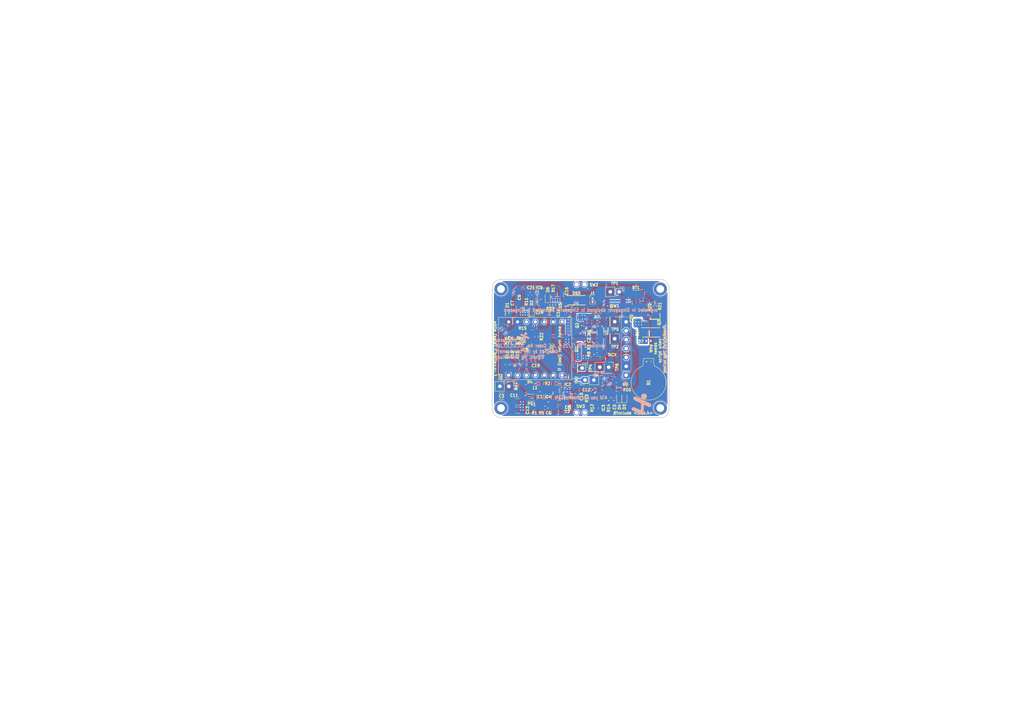
<source format=kicad_pcb>
(kicad_pcb (version 20241229) (generator "pcbnew") (generator_version "9.0")
  (title_block (title "tripcharm PCB") (date "2025-07-19") (rev "1") (company "Ng Chen-Xuan"))
  (layers (0 "F.Cu" signal) (2 "B.Cu" signal) (13 "F.Paste" user) (15 "B.Paste" user) (5 "F.SilkS" user "F.Silkscreen") (7 "B.SilkS" user "B.Silkscreen") (1 "F.Mask" user) (3 "B.Mask" user) (25 "Edge.Cuts" user))
  (net 0 "")
  (net 1 "Net-(D7-A)")
  (net 2 "+3V3")
  (net 3 "/vss")
  (net 4 "+BATT")
  (net 5 "GND")
  (net 6 "Net-(U1-BAT)")
  (net 7 "Net-(PS1-SW)")
  (net 8 "Net-(IC2-SW)")
  (net 9 "Net-(IC2-BST)")
  (net 10 "+5V")
  (net 11 "Net-(D2-A)")
  (net 12 "Net-(D3-A)")
  (net 13 "Net-(D3-K)")
  (net 14 "Net-(D4-A)")
  (net 15 "Net-(D4-K)")
  (net 16 "Net-(D6-A)")
  (net 17 "Net-(PS1-FB)")
  (net 18 "Net-(IC3-BIAS)")
  (net 20 "Net-(IC3-ISET)")
  (net 21 "Net-(IC3-VSET)")
  (net 22 "/SCL")
  (net 23 "/SDA")
  (net 24 "/INT (BAROMETER)")
  (net 25 "/INT2 (IMU)")
  (net 26 "/INT1 (IMU)")
  (net 29 "Net-(IC6-CS)")
  (net 30 "/TX (SIM7600G-H)")
  (net 31 "/PWR (SIM7600G-H)")
  (net 32 "/RX (SIM7600G-H)")
  (net 33 "/SLEEP (SIM7600G-H)")
  (net 34 "Net-(Q1-G)")
  (net 35 "Net-(Q2-G)")
  (net 36 "Net-(Q3-G)")
  (net 37 "/v-")
  (net 38 "/BATT VOLTAGE")
  (net 39 "/PWM (Vibration)")
  (net 41 "/BUTTON-A")
  (net 42 "/BUTTON-B")
  (net 44 "Net-(D10-A)")
  (net 45 "Net-(Q1-D)")
  (footprint "Capacitor_SMD:C_1206_3216Metric" (layer "F.Cu") (at 149.6 116 180)
    (property "Reference" "C11")
    (property "Value" "22uF" (hide yes))
  )
  (footprint "Capacitor_SMD:C_0603_1608Metric" (layer "F.Cu") (at 154.763 104.188)
    (property "Reference" "C19")
    (property "Value" "100nF" (hide yes))
  )
  (footprint "Connector_PinHeader_2.54mm:PinHeader_1x02_P2.54mm_Vertical" (layer "F.Cu") (at 178.6 84.6 -90)
    (property "Reference" "TP1")
    (property "Value" "TestPoint_2Pole" (hide yes))
  )
  (footprint "Resistor_SMD:R_0603_1608Metric" (layer "F.Cu") (at 154.4 117.8)
    (property "Reference" "R1")
    (property "Value" "732k" (hide yes))
  )
  (footprint "Capacitor_SMD:C_1206_3216Metric" (layer "F.Cu") (at 163.85 114.55 -90)
    (property "Reference" "C8")
    (property "Value" "22uF" (hide yes))
  )
  (footprint "Capacitor_SMD:C_1206_3216Metric" (layer "F.Cu") (at 150.099999 89.3 90)
    (property "Reference" "C9")
    (property "Value" "10uF" (hide yes))
  )
  (footprint "footprints:psuh_button_side" (layer "F.Cu") (at 167.6 83.8)
    (property "Reference" "SW2")
    (property "Value" "SW_DPST_x2" (hide yes))
  )
  (footprint "Capacitor_SMD:C_0603_1608Metric" (layer "F.Cu") (at 163.2 90.6 180)
    (property "Reference" "C14")
    (property "Value" "100nF" (hide yes))
  )
  (footprint "LED_SMD:LED_0603_1608Metric" (layer "F.Cu") (at 180.1 114.825 90)
    (property "Reference" "D3")
    (property "Value" "LED" (hide yes))
  )
  (footprint "Resistor_SMD:R_0603_1608Metric" (layer "F.Cu") (at 171.525087 96.249912 90)
    (property "Reference" "R6")
    (property "Value" "5.1M" (hide yes))
  )
  (footprint "Connector_JST:JST_SH_BM02B-SRSS-TB_1x02-1MP_P1.00mm_Vertical" (layer "F.Cu") (at 183.4 86.2)
    (property "Reference" "BT1")
    (property "Value" "Battery_Cell" (hide yes))
  )
  (footprint "Capacitor_SMD:C_0603_1608Metric" (layer "F.Cu") (at 148.100001 90.05 90)
    (property "Reference" "C7")
    (property "Value" "100nF" (hide yes))
  )
  (footprint "LED_SMD:LED_0603_1608Metric" (layer "F.Cu") (at 178.6 114.825 90)
    (property "Reference" "D4")
    (property "Value" "LED" (hide yes))
  )
  (footprint "Capacitor_SMD:C_0603_1608Metric" (layer "F.Cu") (at 177.1 114.825 -90)
    (property "Reference" "C5")
    (property "Value" "1uF" (hide yes))
  )
  (footprint "Resistor_SMD:R_0603_1608Metric" (layer "F.Cu") (at 172.275087 100.499913)
    (property "Reference" "R3")
    (property "Value" "R330" (hide yes))
  )
  (footprint "Capacitor_SMD:C_1206_3216Metric" (layer "F.Cu") (at 149.6 118.4 180)
    (property "Reference" "C13")
    (property "Value" "22uF" (hide yes))
  )
  (footprint "MountingHole:MountingHole_2.2mm_M2_DIN965_Pad" (layer "F.Cu") (at 190.349999 117.8)
    (property "Reference" "H4" (hide yes))
    (property "Value" "MountingHole" (hide yes))
  )
  (footprint "Capacitor_SMD:C_0603_1608Metric" (layer "F.Cu") (at 186.050001 92.98075 90)
    (property "Reference" "C17")
    (property "Value" "100nF" (hide yes))
  )
  (footprint "footprints:push_button" (layer "F.Cu") (at 177.425 88.6)
    (property "Reference" "SW1")
    (property "Value" "SW_DPST_x2" (hide yes))
  )
  (footprint "Capacitor_SMD:C_1206_3216Metric" (layer "F.Cu") (at 166.1 114.55 -90)
    (property "Reference" "C10")
    (property "Value" "22uF" (hide yes))
  )
  (footprint "Resistor_SMD:R_0603_1608Metric" (layer "F.Cu") (at 177.85 112.575)
    (property "Reference" "R10")
    (property "Value" "10k" (hide yes))
  )
  (footprint "Resistor_SMD:R_0603_1608Metric" (layer "F.Cu") (at 146.6 105.4 -90)
    (property "Reference" "R16")
    (property "Value" "4.7k" (hide yes))
  )
  (footprint "Resistor_SMD:R_0603_1608Metric" (layer "F.Cu") (at 152.1 90.05 90)
    (property "Reference" "R11")
    (property "Value" "680R" (hide yes))
  )
  (footprint "Resistor_SMD:R_0603_1608Metric" (layer "F.Cu") (at 160.6 110.8 180)
    (property "Reference" "R2")
    (property "Value" "4.7k" (hide yes))
  )
  (footprint "Resistor_SMD:R_0603_1608Metric" (layer "F.Cu") (at 148.1 105.4 90)
    (property "Reference" "R19")
    (property "Value" "1k" (hide yes))
  )
  (footprint "footprints:psuh_button_side" (layer "F.Cu") (at 167.6 117.8 180)
    (property "Reference" "SW3")
    (property "Value" "SW_DPST_x2" (hide yes))
  )
  (footprint "Resistor_SMD:R_0603_1608Metric" (layer "F.Cu") (at 172.1 117.8 -90)
    (property "Reference" "R12")
    (property "Value" "10k" (hide yes))
  )
  (footprint "Connector_PinHeader_1.00mm:PinHeader_1x02_P1.00mm_Vertical" (layer "F.Cu") (at 171 86.500001)
    (property "Reference" "J1")
    (property "Value" "Conn_01x02" (hide yes))
  )
  (footprint "Capacitor_SMD:C_1206_3216Metric" (layer "F.Cu") (at 158.35 114.6 -90)
    (property "Reference" "C4")
    (property "Value" "10uF" (hide yes))
  )
  (footprint "Capacitor_SMD:C_1206_3216Metric" (layer "F.Cu") (at 156 114.6 90)
    (property "Reference" "C1")
    (property "Value" "10uF" (hide yes))
  )
  (footprint "Resistor_SMD:R_0603_1608Metric" (layer "F.Cu") (at 170.6 115.05 -90)
    (property "Reference" "R13")
    (property "Value" "604R" (hide yes))
  )
  (footprint "footprints:DIOM5127X229N" (layer "F.Cu") (at 187.8 96.2)
    (property "Reference" "D7")
    (property "Value" "SS14-M3_5AT" (hide yes))
  )
  (footprint "footprints:BMP390" (layer "F.Cu") (at 155.368501 86.081499 180)
    (property "Reference" "IC5")
    (property "Value" "BMP390" (hide yes))
  )
  (footprint "Resistor_SMD:R_0603_1608Metric" (layer "F.Cu") (at 155.013 97.4 -90)
    (property "Reference" "R22")
    (property "Value" "4.7k" (hide yes))
  )
  (footprint "Connector_PinHeader_2.54mm:PinHeader_1x01_P2.54mm_Vertical" (layer "F.Cu") (at 177.325087 93.124912 -90)
    (property "Reference" "TP5")
    (property "Value" "TestPoint" (hide yes))
  )
  (footprint "Connector_PinHeader_2.54mm:PinHeader_1x02_P2.54mm_Vertical" (layer "F.Cu") (at 175.600087 106.124912 -90)
    (property "Reference" "TP6")
    (property "Value" "TestPoint_2Pole" (hide yes))
  )
  (footprint "footprints:DIOM5127X229N" (layer "F.Cu") (at 166.4 87)
    (property "Reference" "D10")
    (property "Value" "SS14-M3_5AT" (hide yes))
  )
  (footprint "footprints:CSD16301Q2" (layer "F.Cu") (at 168.175087 94.274911 90)
    (property "Reference" "Q2")
    (property "Value" "CSD16301Q2" (hide yes))
  )
  (footprint "footprints:SON50P150X150X80-6N" (layer "F.Cu") (at 173.275087 96.249912 -90)
    (property "Reference" "U1")
    (property "Value" "BQ29700DSER" (hide yes))
  )
  (footprint "Capacitor_SMD:C_1206_3216Metric" (layer "F.Cu") (at 145 114.4 180)
    (property "Reference" "C3")
    (property "Value" "22uF" (hide yes))
  )
  (footprint "footprints:SODFL1608X70N" (layer "F.Cu") (at 163.55 89.2 180)
    (property "Reference" "D5")
    (property "Value" "ESD7351XV2T1G" (hide yes))
  )
  (footprint "LED_SMD:LED_0603_1608Metric" (layer "F.Cu") (at 158.2 86.2 90)
    (property "Reference" "D6")
    (property "Value" "LED" (hide yes))
  )
  (footprint "Capacitor_SMD:C_1206_3216Metric" (layer "F.Cu") (at 161.8 85.4 90)
    (property "Reference" "C16")
    (property "Value" "10uF" (hide yes))
  )
  (footprint "Inductor_SMD:L_1008_2520Metric" (layer "F.Cu") (at 152 112.2 180)
    (property "Reference" "L1")
    (property "Value" "1uH" (hide yes))
  )
  (footprint "Connector_PinHeader_2.54mm:PinHeader_1x01_P2.54mm_Vertical" (layer "F.Cu") (at 168.027208 106.375619 -90)
    (property "Reference" "TP4")
    (property "Value" "TestPoint" (hide yes))
  )
  (footprint "Resistor_SMD:R_0603_1608Metric" (layer "F.Cu") (at 172.275087 93.249911 180)
    (property "Reference" "R7")
    (property "Value" "5.1M" (hide yes))
  )
  (footprint "footprints:SOT95P237X112-3N" (layer "F.Cu") (at 188.8 92.43075 -90)
    (property "Reference" "Q3")
    (property "Value" "IRLML6344TRPBF" (hide yes))
  )
  (footprint "footprints:PUI_HD-EMC1003-3-LW27" (layer "F.Cu") (at 187 110.525 90)
    (property "Reference" "B1")
    (property "Value" "HD-EMC1003-3-LW27" (hide yes))
  )
  (footprint "footprints:SODFL1608X70N" (layer "F.Cu") (at 146.6 90.3 90)
    (property "Reference" "D1")
    (property "Value" "ESD7351XV2T1G" (hide yes))
  )
  (footprint "Capacitor_SMD:C_0603_1608Metric" (layer "F.Cu") (at 158.013 100.938 90)
    (property "Reference" "C22")
    (property "Value" "100nF" (hide yes))
  )
  (footprint "MountingHole:MountingHole_2.2mm_M2_DIN965_Pad" (layer "F.Cu") (at 144.849999 83.8)
    (property "Reference" "H1" (hide yes))
    (property "Value" "MountingHole" (hide yes))
  )
  (footprint "footprints:TPS61022RWUR" (layer "F.Cu") (at 153.4 114.8)
    (property "Reference" "PS1")
    (property "Value" "TPS61022RWUR" (hide yes))
  )
  (footprint "Resistor_SMD:R_0603_1608Metric" (layer "F.Cu") (at 175.6 114.825 -90)
    (property "Reference" "R14")
    (property "Value" "24.3k" (hide yes))
  )
  (footprint "footprints:Xiao_ESP32-C3" (layer "F.Cu") (at 154.6 100.8 90)
    (property "Reference" "U2")
    (property "Value" "Xiao_ESP32-C3" (hide yes))
  )
  (footprint "Resistor_SMD:R_0603_1608Metric" (layer "F.Cu") (at 153.8 95)
    (property "Reference" "R15")
    (property "Value" "4.7k" (hide yes))
  )
  (footprint "Capacitor_SMD:C_0603_1608Metric" (layer "F.Cu") (at 155.8 89.06225)
    (property "Reference" "C18")
    (property "Value" "100nF" (hide yes))
  )
  (footprint "Capacitor_SMD:C_0603_1608Metric" (layer "F.Cu") (at 161.1 116.3 180)
    (property "Reference" "C6")
    (property "Value" "100nF" (hide yes))
  )
  (footprint "Resistor_SMD:R_0603_1608Metric" (layer "F.Cu") (at 188.8 88.73075 -90)
    (property "Reference" "R21")
    (property "Value" "100R" (hide yes))
  )
  (footprint "footprints:AP63203WU7" (layer "F.Cu") (at 161.15 113.55 180)
    (property "Reference" "IC2")
    (property "Value" "AP63203WU-7" (hide yes))
  )
  (footprint "Capacitor_SMD:C_0603_1608Metric" (layer "F.Cu") (at 172.275087 98.499912 180)
    (property "Reference" "C2")
    (property "Value" "100nF")
  )
  (footprint "footprints:LSM6DSLTR" (layer "F.Cu") (at 154.6 101.188)
    (property "Reference" "IC6")
    (property "Value" "LSM6DSLTR" (hide yes))
  )
  (footprint "MountingHole:MountingHole_2.2mm_M2_DIN965_Pad" (layer "F.Cu") (at 144.849999 117.8)
    (property "Reference" "H3" (hide yes))
    (property "Value" "MountingHole" (hide yes))
  )
  (footprint "Resistor_SMD:R_0603_1608Metric" (layer "F.Cu") (at 158.914 90.8 180)
    (property "Reference" "R23")
    (property "Value" "10k" (hide yes))
  )
  (footprint "footprints:CSD16301Q2" (layer "F.Cu") (at 168.175087 100.974912 -90)
    (property "Reference" "Q1")
    (property "Value" "CSD16301Q2" (hide yes))
  )
  (footprint "footprints:SON50P200X200X80-9N" (layer "F.Cu") (at 173.05 114.825)
    (property "Reference" "IC3")
    (property "Value" "BQ25176MDSGR" (hide yes))
  )
  (footprint "Capacitor_SMD:C_0603_1608Metric" (layer "F.Cu") (at 171.85 112.575)
    (property "Reference" "C12")
    (property "Value" "1uF" (hide yes))
  )
  (footprint "Resistor_SMD:R_0603_1608Metric" (layer "F.Cu") (at 177.85 111.075)
    (property "Reference" "R9")
    (property "Value" "10k" (hide yes))
  )
  (footprint "Capacitor_SMD:C_0603_1608Metric" (layer "F.Cu") (at 153.1185 85.538771 90)
    (property "Reference" "C21")
    (property "Value" "100nF" (hide yes))
  )
  (footprint "Resistor_SMD:R_0603_1608Metric" (layer "F.Cu") (at 157.4 117.8)
    (property "Reference" "R5")
    (property "Value" "100k" (hide yes))
  )
  (footprint "Connector_PinHeader_2.54mm:PinHeader_1x02_P2.54mm_Vertical" (layer "F.Cu") (at 168.825 109.8 90)
    (property "Reference" "TP7")
    (property "Value" "TestPoint_2Pole" (hide yes))
  )
  (footprint "Resistor_SMD:R_0603_1608Metric" (layer "F.Cu") (at 149.6 105.4 -90)
    (property "Reference" "R18")
    (property "Value" "10k" (hide yes))
  )
  (footprint "Connector_PinHeader_2.54mm:PinHeader_1x01_P2.54mm_Vertical" (layer "F.Cu") (at 177.325087 97.999912 -90)
    (property "Reference" "TP2")
    (property "Value" "TestPoint" (hide yes))
  )
  (footprint "MountingHole:MountingHole_2.2mm_M2_DIN965_Pad" (layer "F.Cu") (at 190.349999 83.8)
    (property "Reference" "H2" (hide yes))
    (property "Value" "MountingHole" (hide yes))
  )
  (footprint "LED_SMD:LED_0603_1608Metric" (layer "F.Cu") (at 153.599999 90.05 90)
    (property "Reference" "D2")
    (property "Value" "LED" (hide yes))
  )
  (footprint "Resistor_SMD:R_0603_1608Metric" (layer "F.Cu") (at 186.050001 89.73075 -90)
    (property "Reference" "R20")
    (property "Value" "10k" (hide yes))
  )
  (footprint "Resistor_SMD:R_0603_1608Metric" (layer "F.Cu") (at 172.275087 102.499912 180)
    (property "Reference" "R8")
    (property "Value" "2.2K" (hide yes))
  )
  (footprint "Capacitor_SMD:C_1206_3216Metric" (layer "F.Cu") (at 184 92.230749 90)
    (property "Reference" "C20")
    (property "Value" "22uF" (hide yes))
  )
  (footprint "Inductor_SMD:L_1008_2520Metric" (layer "F.Cu") (at 161.1 118.55)
    (property "Reference" "L2")
    (property "Value" "3.9uH" (hide yes))
  )
  (footprint "Connector_PinHeader_2.54mm:PinHeader_1x02_P2.54mm_Vertical" (layer "F.Cu") (at 147.075 111.6 -90)
    (property "Reference" "TP8")
    (property "Value" "TestPoint_2Pole" (hide yes))
  )
  (footprint "Resistor_SMD:R_0603_1608Metric" (layer "F.Cu") (at 155.6 110.8)
    (property "Reference" "R4")
    (property "Value" "4.7k" (hide yes))
  )
  (footprint "Resistor_SMD:R_0603_1608Metric" (layer "F.Cu") (at 159.8 86.2 90)
    (property "Reference" "R17")
    (property "Value" "680R" (hide yes))
  )
  (footprint "Connector_PinHeader_2.54mm:PinHeader_1x07_P2.54mm_Vertical" (layer "B.Cu") (at 180.6 108.42)
    (property "Reference" "J2")
    (property "Value" "Conn_01x07")
  )
  (gr_poly (pts (xy 182.934788 114.615173) (xy 182.788324 114.664347) (xy 182.666774 114.706118) (xy 182.582795 114.736069) (xy 182.558851 114.745232) (xy 182.549045 114.749783) (xy 182.548352 114.750741) (xy 182.547878 114.752139) (xy 182.547633 114.754006) (xy 182.547627 114.756369) (xy 182.54787 114.759255) (xy 182.54837 114.762693) (xy 182.550183 114.771334) (xy 182.553143 114.782511) (xy 182.557328 114.796446) (xy 182.562814 114.813361) (xy 182.569678 114.833477) (xy 182.577997 114.857015) (xy 182.587848 114.884196) (xy 182.612455 114.950371) (xy 182.644113 115.033774) (xy 182.683438 115.136173) (xy 182.828537 115.51257) (xy 183.830795 115.986137) (xy 184.833053 116.459706) (xy 184.833158 116.506782) (xy 184.810647 117.495329) (xy 184.785625 118.403147) (xy 184.764341 118.39449) (xy 184.704675 118.368296) (xy 184.486804 118.270774) (xy 183.773179 117.947522) (xy 182.764161 117.488341) (xy 182.427006 117.625825) (xy 182.272133 117.689712) (xy 182.167567 117.734682) (xy 182.132616 117.750759) (xy 182.1084 117.762929) (xy 182.094307 117.771468) (xy 182.090864 117.774462) (xy 182.089722 117.77665) (xy 182.099149 117.810616) (xy 182.124217 117.888782) (xy 182.201169 118.118604) (xy 182.280367 118.347887) (xy 182.308241 118.42538) (xy 182.321597 118.458403) (xy 182.352029 118.473922) (xy 182.435539 118.513482) (xy 182.738714 118.654085) (xy 183.728152 119.106765) (xy 184.797427 119.596488) (xy 185.057794 119.719075) (xy 185.150955 119.767408) (xy 185.160188 119.776213) (xy 185.164089 119.7798) (xy 185.167568 119.782869) (xy 185.170669 119.785441) (xy 185.173432 119.787534) (xy 185.175899 119.789168) (xy 185.177035 119.78982) (xy 185.178113 119.790364) (xy 185.179138 119.790803) (xy 185.180115 119.79114) (xy 185.18105 119.791376) (xy 185.181947 119.791515) (xy 185.182813 119.79156) (xy 185.183651 119.791511) (xy 185.184469 119.791372) (xy 185.185269 119.791146) (xy 185.186059 119.790834) (xy 185.186843 119.790439) (xy 185.188415 119.789411) (xy 185.190026 119.788081) (xy 185.191719 119.786468) (xy 185.192392 119.785858) (xy 185.193188 119.785243) (xy 185.194097 119.784629) (xy 185.195109 119.78402) (xy 185.196214 119.783418) (xy 185.197402 119.78283) (xy 185.198662 119.782258) (xy 185.199985 119.781706) (xy 185.201359 119.78118) (xy 185.202776 119.780682) (xy 185.204224 119.780217) (xy 185.205694 119.779788) (xy 185.207176 119.779401) (xy 185.208658 119.779059) (xy 185.210132 119.778766) (xy 185.211586 119.778527) (xy 185.249114 119.765614) (xy 185.329287 119.73425) (xy 185.559051 119.640441) (xy 185.783848 119.545654) (xy 185.857813 119.513068) (xy 185.88665 119.498445) (xy 185.885297 119.487737) (xy 185.879009 119.46379) (xy 185.854272 119.383771) (xy 185.774681 119.148327) (xy 185.69022 118.913495) (xy 185.659396 118.834239) (xy 185.649151 118.81079) (xy 185.643232 118.800655) (xy 185.62609 118.786851) (xy 185.644567 117.992088) (xy 185.669628 117.004551) (xy 185.673512 116.922823) (xy 185.677434 116.881087) (xy 185.681888 116.866306) (xy 185.687371 116.865445) (xy 185.747783 116.893034) (xy 185.902281 116.965308) (xy 186.4 117.2) (xy 187.099114 117.530707) (xy 187.483588 117.403672) (xy 187.756215 117.312862) (xy 187.839999 117.284387) (xy 187.87178 117.27292) (xy 187.8714 117.270572) (xy 187.869542 117.264425) (xy 187.861684 117.241523) (xy 187.831445 117.158784) (xy 187.78574 117.037282) (xy 187.729247 116.889593) (xy 187.582998 116.509985) (xy 185.446411 115.500271) (xy 183.309823 114.490558)) (fill yes) (layer "B.SilkS"))
  (gr_poly (pts (xy 151.894347 96.146739) (xy 151.872068 96.146939) (xy 151.854842 96.147427) (xy 151.841343 96.148329) (xy 151.835577 96.148974) (xy 151.830247 96.149771) (xy 151.825185 96.150734) (xy 151.820228 96.15188) (xy 151.80996 96.154782) (xy 151.79812 96.158603) (xy 151.773784 96.16741) (xy 151.750295 96.177441) (xy 151.727679 96.188671) (xy 151.705961 96.201074) (xy 151.685166 96.214624) (xy 151.66532 96.229297) (xy 151.646447 96.245068) (xy 151.628573 96.261911) (xy 151.611724 96.279801) (xy 151.595923 96.298712) (xy 151.581198 96.31862) (xy 151.567571 96.3395) (xy 151.55507 96.361325) (xy 151.54372 96.384071) (xy 151.533544 96.407713) (xy 151.52457 96.432225) (xy 151.520678 96.444097) (xy 151.519094 96.44934) (xy 151.517728 96.454345) (xy 151.516565 96.459281) (xy 151.515588 96.464316) (xy 151.514782 96.469619) (xy 151.514129 96.475356) (xy 151.513614 96.481697) (xy 151.513221 96.488809) (xy 151.512932 96.496862) (xy 151.512733 96.506022) (xy 151.512536 96.52834) (xy 151.512499 96.557109) (xy 151.512536 96.585877) (xy 151.512733 96.608195) (xy 151.513221 96.625408) (xy 151.514129 96.638861) (xy 151.514782 96.644599) (xy 151.515588 96.649901) (xy 151.516565 96.654936) (xy 151.517728 96.659872) (xy 151.520678 96.67012) (xy 151.52457 96.681992) (xy 151.533562 96.706533) (xy 151.543773 96.730218) (xy 151.555173 96.753017) (xy 151.567734 96.774902) (xy 151.581424 96.795842) (xy 151.596215 96.815808) (xy 151.612077 96.83477) (xy 151.62898 96.852698) (xy 151.646894 96.869563) (xy 151.66579 96.885336) (xy 151.685638 96.899985) (xy 151.706408 96.913483) (xy 151.728072 96.925798) (xy 151.750598 96.936902) (xy 151.773957 96.946765) (xy 151.79812 96.955357) (xy 151.809585 96.958941) (xy 151.814791 96.960428) (xy 151.819816 96.961731) (xy 151.824787 96.962863) (xy 151.829832 96.96384) (xy 151.835079 96.964675) (xy 151.840655 96.965383) (xy 151.846688 96.965978) (xy 151.853305 96.966475) (xy 151.860634 96.966887) (xy 151.868802 96.96723) (xy 151.888167 96.967763) (xy 151.91242 96.968188) (xy 151.944242 96.968352) (xy 151.972993 96.967921) (xy 151.98523 96.96751) (xy 151.995515 96.966982) (xy 152.003454 96.966347) (xy 152.008651 96.965617) (xy 152.008651 96.965616) (xy 152.015229 96.964125) (xy 152.02226 96.962324) (xy 152.037402 96.957896) (xy 152.053521 96.952547) (xy 152.07006 96.94649) (xy 152.08646 96.939937) (xy 152.102166 96.933103) (xy 152.116618 96.926201) (xy 152.123201 96.922791) (xy 152.129261 96.919444) (xy 152.145874 96.909412) (xy 152.161944 96.898656) (xy 152.177452 96.887199) (xy 152.192379 96.875064) (xy 152.206708 96.862272) (xy 152.22042 96.848848) (xy 152.233497 96.834813) (xy 152.24592 96.82019) (xy 152.25767 96.805003) (xy 152.26873 96.789273) (xy 152.279081 96.773023) (xy 152.288705 96.756276) (xy 152.297583 96.739055) (xy 152.305697 96.721382) (xy 152.313028 96.70328) (xy 152.319559 96.684771) (xy 152.324197 96.670434) (xy 152.326074 96.664299) (xy 152.327684 96.658606) (xy 152.329048 96.653168) (xy 152.330186 96.6478) (xy 152.331118 96.642316) (xy 152.331865 96.636531) (xy 152.332448 96.630258) (xy 152.332886 96.623313) (xy 152.333201 96.615509) (xy 152.333412 96.60666) (xy 152.333608 96.585088) (xy 152.333637 96.557108) (xy 152.333581 96.531132) (xy 152.333357 96.510426) (xy 152.332877 96.493986) (xy 152.332057 96.48081) (xy 152.330809 96.469895) (xy 152.329049 96.460239) (xy 152.326689 96.450839) (xy 152.323644 96.440692) (xy 152.314873 96.415266) (xy 152.304868 96.390771) (xy 152.293651 96.36723) (xy 152.281244 96.344667) (xy 152.267672 96.323105) (xy 152.252956 96.302566) (xy 152.237119 96.283075) (xy 152.220184 96.264654) (xy 152.202173 96.247326) (xy 152.183109 96.231115) (xy 152.163015 96.216045) (xy 152.141914 96.202137) (xy 152.119827 96.189416) (xy 152.096779 96.177904) (xy 152.072791 96.167626) (xy 152.047887 96.158603) (xy 152.036046 96.154782) (xy 152.030799 96.153224) (xy 152.025779 96.15188) (xy 152.020821 96.150734) (xy 152.01576 96.149771) (xy 152.010429 96.148974) (xy 152.004664 96.148329) (xy 151.998298 96.147818) (xy 151.991165 96.147427) (xy 151.983101 96.147139) (xy 151.973939 96.146939) (xy 151.95166 96.146739) (xy 151.923003 96.1467)) (fill yes) (layer "B.SilkS"))
  (gr_poly (pts (xy 150.544188 96.624932) (xy 150.470956 96.64952) (xy 150.410181 96.670405) (xy 150.368192 96.68538) (xy 150.35622 96.689962) (xy 150.351317 96.692237) (xy 150.35097 96.692716) (xy 150.350734 96.693416) (xy 150.350611 96.694349) (xy 150.350608 96.69553) (xy 150.350729 96.696974) (xy 150.350979 96.698693) (xy 150.351886 96.703013) (xy 150.353366 96.708601) (xy 150.355459 96.715569) (xy 150.358201 96.724027) (xy 150.361634 96.734085) (xy 150.365793 96.745853) (xy 150.370719 96.759444) (xy 150.383022 96.792532) (xy 150.398851 96.834233) (xy 150.418513 96.885433) (xy 150.491063 97.073631) (xy 150.992192 97.310415) (xy 151.493321 97.547199) (xy 151.493374 97.570737) (xy 151.482118 98.065011) (xy 151.469607 98.51892) (xy 151.458965 98.514591) (xy 151.429132 98.501494) (xy 151.320196 98.452733) (xy 150.963384 98.291107) (xy 150.458875 98.061517) (xy 150.290298 98.130258) (xy 150.212861 98.162202) (xy 150.160578 98.184687) (xy 150.143102 98.192725) (xy 150.130995 98.198811) (xy 150.123948 98.20308) (xy 150.122227 98.204577) (xy 150.121656 98.205671) (xy 150.126369 98.222654) (xy 150.138903 98.261737) (xy 150.177379 98.376648) (xy 150.216978 98.49129) (xy 150.230915 98.530036) (xy 150.237593 98.546547) (xy 150.252809 98.554307) (xy 150.294564 98.574087) (xy 150.446151 98.644388) (xy 150.94087 98.870729) (xy 151.475508 99.11559) (xy 151.605691 99.176883) (xy 151.652272 99.20105) (xy 151.656888 99.205452) (xy 151.658839 99.207246) (xy 151.660579 99.208781) (xy 151.662129 99.210066) (xy 151.66351 99.211113) (xy 151.664744 99.21193) (xy 151.665312 99.212256) (xy 151.665851 99.212528) (xy 151.666363 99.212747) (xy 151.666852 99.212916) (xy 151.667319 99.213034) (xy 151.667768 99.213104) (xy 151.668201 99.213126) (xy 151.66862 99.213101) (xy 151.669029 99.213032) (xy 151.669429 99.212919) (xy 151.669824 99.212763) (xy 151.670216 99.212566) (xy 151.671002 99.212051) (xy 151.671808 99.211386) (xy 151.672654 99.21058) (xy 151.67299 99.210275) (xy 151.673388 99.209968) (xy 151.673843 99.209661) (xy 151.674349 99.209356) (xy 151.674902 99.209055) (xy 151.675495 99.208761) (xy 151.676126 99.208475) (xy 151.676787 99.208199) (xy 151.677474 99.207936) (xy 151.678183 99.207687) (xy 151.678907 99.207454) (xy 151.679642 99.20724) (xy 151.680382 99.207047) (xy 151.681124 99.206876) (xy 151.68186 99.206729) (xy 151.682588 99.206609) (xy 151.701352 99.200153) (xy 151.741438 99.184471) (xy 151.85632 99.137566) (xy 151.968719 99.090173) (xy 152.005701 99.07388) (xy 152.02012 99.066569) (xy 152.019443 99.061214) (xy 152.016299 99.049241) (xy 152.00393 99.009231) (xy 151.964135 98.891509) (xy 151.921905 98.774093) (xy 151.906492 98.734466) (xy 151.90137 98.722741) (xy 151.898411 98.717673) (xy 151.889839 98.710772) (xy 151.899078 98.31339) (xy 151.911609 97.819622) (xy 151.913551 97.778758) (xy 151.915511 97.757889) (xy 151.917739 97.750499) (xy 151.92048 97.750069) (xy 151.950686 97.763863) (xy 152.027935 97.8) (xy 152.276794 97.917346) (xy 152.626352 98.082699) (xy 152.818589 98.019182) (xy 152.954902 97.973777) (xy 152.996794 97.95954) (xy 153.012684 97.953806) (xy 153.012494 97.952632) (xy 153.011565 97.949558) (xy 153.007636 97.938107) (xy 152.992517 97.896738) (xy 152.969665 97.835987) (xy 152.941418 97.762143) (xy 152.868293 97.572338) (xy 151.8 97.067482) (xy 150.731706 96.562625)) (fill yes) (layer "B.SilkS"))
  (gr_poly (pts (xy 185.635104 113.658786) (xy 185.590546 113.659186) (xy 185.556094 113.660162) (xy 185.529097 113.661965) (xy 185.517566 113.663257) (xy 185.506904 113.66485) (xy 185.496782 113.666776) (xy 185.486866 113.669068) (xy 185.466332 113.674871) (xy 185.442651 113.682514) (xy 185.393979 113.700129) (xy 185.347001 113.720191) (xy 185.301769 113.74265) (xy 185.258333 113.767455) (xy 185.216744 113.794556) (xy 185.177051 113.823903) (xy 185.139306 113.855444) (xy 185.103558 113.88913) (xy 185.069858 113.924909) (xy 185.038258 113.962732) (xy 185.008806 114.002549) (xy 184.981554 114.044307) (xy 184.956552 114.087958) (xy 184.93385 114.133451) (xy 184.9135 114.180734) (xy 184.89555 114.229758) (xy 184.887768 114.253501) (xy 184.884598 114.263987) (xy 184.881867 114.273998) (xy 184.879541 114.283871) (xy 184.877587 114.293941) (xy 184.875975 114.304545) (xy 184.874669 114.31602) (xy 184.87364 114.328702) (xy 184.872853 114.342927) (xy 184.872276 114.359032) (xy 184.871877 114.377352) (xy 184.871482 114.421988) (xy 184.871409 114.479525) (xy 184.871482 114.537062) (xy 184.871877 114.581698) (xy 184.872853 114.616123) (xy 184.874669 114.64303) (xy 184.875975 114.654505) (xy 184.877587 114.665109) (xy 184.879541 114.675179) (xy 184.881867 114.685052) (xy 184.887768 114.705549) (xy 184.89555 114.729292) (xy 184.913534 114.778373) (xy 184.933957 114.825743) (xy 184.956758 114.871342) (xy 184.981879 114.915112) (xy 185.00926 114.956992) (xy 185.038842 114.996924) (xy 185.070565 115.034848) (xy 185.104371 115.070704) (xy 185.140199 115.104435) (xy 185.177991 115.135979) (xy 185.217687 115.165278) (xy 185.259228 115.192273) (xy 185.302554 115.216904) (xy 185.347606 115.239112) (xy 185.394325 115.258838) (xy 185.442651 115.276022) (xy 185.465581 115.283191) (xy 185.475993 115.286165) (xy 185.486043 115.28877) (xy 185.495985 115.291035) (xy 185.506076 115.292988) (xy 185.51657 115.294658) (xy 185.527722 115.296074) (xy 185.539787 115.297265) (xy 185.553021 115.298258) (xy 185.567679 115.299083) (xy 185.584015 115.299768) (xy 185.622745 115.300833) (xy 185.671251 115.301683) (xy 185.734896 115.302011) (xy 185.792398 115.301151) (xy 185.816872 115.300328) (xy 185.837442 115.299271) (xy 185.853318 115.298002) (xy 185.863712 115.296541) (xy 185.863713 115.296541) (xy 185.876869 115.293559) (xy 185.89093 115.289956) (xy 185.921215 115.281101) (xy 185.953454 115.270402) (xy 185.986531 115.258287) (xy 186.019332 115.245182) (xy 186.050742 115.231515) (xy 186.079648 115.21771) (xy 186.092813 115.21089) (xy 186.104934 115.204196) (xy 186.13816 115.184132) (xy 186.170299 115.16262) (xy 186.201315 115.139706) (xy 186.23117 115.115435) (xy 186.259828 115.089852) (xy 186.287252 115.063004) (xy 186.313405 115.034934) (xy 186.33825 115.005689) (xy 186.361751 114.975313) (xy 186.383871 114.943853) (xy 186.404574 114.911354) (xy 186.423821 114.87786) (xy 186.441577 114.843417) (xy 186.457805 114.808072) (xy 186.472468 114.771868) (xy 186.485529 114.734851) (xy 186.494804 114.706176) (xy 186.498559 114.693906) (xy 186.501779 114.682519) (xy 186.504507 114.671643) (xy 186.506782 114.660907) (xy 186.508647 114.64994) (xy 186.510141 114.638369) (xy 186.511306 114.625825) (xy 186.512183 114.611934) (xy 186.512812 114.596326) (xy 186.513236 114.578629) (xy 186.513627 114.535483) (xy 186.513685 114.479525) (xy 186.513573 114.427573) (xy 186.513124 114.386159) (xy 186.512165 114.353279) (xy 186.510525 114.326927) (xy 186.50803 114.305098) (xy 186.504509 114.285785) (xy 186.499789 114.266985) (xy 186.493699 114.246692) (xy 186.476157 114.19584) (xy 186.456146 114.14685) (xy 186.433712 114.099768) (xy 186.4089 114.054642) (xy 186.381755 114.011517) (xy 186.352323 113.97044) (xy 186.320649 113.931457) (xy 186.286778 113.894615) (xy 186.250756 113.85996) (xy 186.212629 113.827539) (xy 186.172441 113.797397) (xy 186.130238 113.769582) (xy 186.086066 113.74414) (xy 186.039969 113.721117) (xy 185.991994 113.700559) (xy 185.942184 113.682514) (xy 185.918504 113.674871) (xy 185.908009 113.671756) (xy 185.897969 113.669068) (xy 185.888054 113.666776) (xy 185.877931 113.66485) (xy 185.86727 113.663257) (xy 185.855739 113.661965) (xy 185.843006 113.660944) (xy 185.828741 113.660162) (xy 185.812613 113.659586) (xy 185.794289 113.659186) (xy 185.749731 113.658786) (xy 185.692418 113.658709)) (fill yes) (layer "B.SilkS"))
  (gr_arc (start 192.849999 118.05) (mid 192.117766 119.817767) (end 190.35 120.55) (stroke (width 0.2)) (layer "Edge.Cuts"))
  (gr_line (start 144.849998 120.55) (end 190.35 120.55) (stroke (width 0.2)) (layer "Edge.Cuts"))
  (gr_arc (start 144.849998 120.55) (mid 143.082232 119.817767) (end 142.349999 118.049999) (stroke (width 0.2)) (layer "Edge.Cuts"))
  (gr_line (start 142.349999 83.55) (end 142.349999 118.049999) (stroke (width 0.2)) (layer "Edge.Cuts"))
  (gr_line (start 190.35 81.05) (end 144.849999 81.05) (stroke (width 0.2)) (layer "Edge.Cuts"))
  (gr_line (start 192.849999 118.05) (end 192.849999 83.55) (stroke (width 0.2)) (layer "Edge.Cuts"))
  (gr_arc (start 142.349999 83.55) (mid 143.082232 81.782233) (end 144.849999 81.05) (stroke (width 0.2)) (layer "Edge.Cuts"))
  (gr_arc (start 190.35 81.05) (mid 192.117766 81.782233) (end 192.849999 83.55) (stroke (width 0.2)) (layer "Edge.Cuts"))
  (gr_text "while (safe) { smile++; }" (at 143.2 100.8 270) (layer "F.SilkS") (effects (font (size 0.8 0.8) (thickness 0.2) (bold yes))))
  (gr_text "NCX" (at 176.6 102.6 0) (layer "F.SilkS") (effects (font (size 0.8 0.8) (thickness 0.2) (bold yes) (italic yes))))
  (gr_text "if (lost) return home" (at 161.6 100.8 90) (layer "F.SilkS") (effects (font (size 0.8 0.8) (thickness 0.2) (bold yes))))
  (gr_text "Who\nneeds\nscript when  \nyou've got (trip)charm." (at 189.6 100.8 90) (layer "F.SilkS") (effects (font (size 0.8 0.8) (thickness 0.2) (bold yes))))
  (gr_text "#include <love.h>" (at 182.6 119.2 0) (layer "F.SilkS") (effects (font (size 0.8 0.8) (thickness 0.2) (bold yes))))
  (gr_text "NCX, TWX\nWYJ, HMZ" (at 148.6 98.6 0) (layer "F.SilkS") (effects (font (size 0.8 0.8) (thickness 0.2) (bold yes) (italic yes))))
  (gr_text "Product of tripcharm." (at 191.6 100.8 90) (layer "B.SilkS") (effects (font (size 1 0.8) (thickness 0.2) (bold yes)) (justify mirror)))
  (gr_text "tripcharm.\nrevision 2 20/7/25 | JLC Order No. JLCJLCJLCJLC\ndesigned by the tripcharmers\nsigned, Ng Chen-Xuan" (at 143.1 100.8 0) (layer "B.SilkS") (effects (font (size 1 0.8) (thickness 0.2)) (justify right mirror)))
  (gr_text "orginated in Singapore; designed in Singapore; assembled in Singapore" (at 167.6 89.8 0) (layer "B.SilkS") (effects (font (size 1 0.8) (thickness 0.2) (bold yes)) (justify mirror)))
  (gr_text "Kid you not they're Safe" (at 167.6 114.8 0) (layer "B.SilkS") (effects (font (size 1 0.8) (thickness 0.2) (bold yes) (italic yes)) (justify mirror)))
  (segment (start 151 103.2) (end 152.6 101.6) (width 0.2) (layer "F.Cu") (net 2))
  (segment (start 153.38623 86.581499) (end 153.118501 86.31377) (width 0.3) (layer "F.Cu") (net 2))
  (segment (start 155.025 90.425) (end 155.025 89.06225) (width 0.5) (layer "F.Cu") (net 2))
  (segment (start 155.988 96.363) (end 156.85 97.225) (width 0.5) (layer "F.Cu") (net 2))
  (segment (start 158.089 89.911) (end 158.4 89.6) (width 0.5) (layer "F.Cu") (net 2))
  (segment (start 147 105.4) (end 150.6 105.4) (width 0.2) (layer "F.Cu") (net 2))
  (segment (start 150.6 105.4) (end 151 105) (width 0.2) (layer "F.Cu") (net 2))
  (segment (start 156.85 97.225) (end 156.85 101.35) (width 0.5) (layer "F.Cu") (net 2))
  (segment (start 158.089 90.8) (end 158.089 89.911) (width 0.5) (layer "F.Cu") (net 2))
  (segment (start 155.1185 86.48) (end 155.017 86.581499) (width 0.2) (layer "F.Cu") (net 2))
  (segment (start 154.1 102.1) (end 154.1 104.076) (width 0.3) (layer "F.Cu") (net 2))
  (segment (start 151 105) (end 151 103.2) (width 0.2) (layer "F.Cu") (net 2))
  (segment (start 153.775 96.575) (end 155.013 96.575) (width 0.2) (layer "F.Cu") (net 2))
  (segment (start 152.975 95) (end 152.975 95.775) (width 0.2) (layer "F.Cu") (net 2))
  (segment (start 163.375 97.225) (end 156.85 97.225) (width 0.5) (layer "F.Cu") (net 2))
  (segment (start 155.1185 86.48) (end 155.118501 86.8445) (width 0.2) (layer "F.Cu") (net 2))
  (segment (start 153.118501 86.3185) (end 153.368502 86.568499) (width 0.3) (layer "F.Cu") (net 2))
  (segment (start 163.2 91.8) (end 164 92.6) (width 0.5) (layer "F.Cu") (net 2))
  (segment (start 164 96.6) (end 163.375 97.225) (width 0.5) (layer "F.Cu") (net 2))
  (segment (start 155.4 90.8) (end 155.025 90.425) (width 0.5) (layer "F.Cu") (net 2))
  (segment (start 152.975 95.775) (end 153.775 96.575) (width 0.2) (layer "F.Cu") (net 2))
  (segment (start 161 90.8) (end 162 91.8) (width 0.5) (layer "F.Cu") (net 2))
  (segment (start 154.606501 86.581499) (end 153.38623 86.581499) (width 0.3) (layer "F.Cu") (net 2))
  (segment (start 155.118501 88.968749) (end 155.118501 86.8445) (width 0.3) (layer "F.Cu") (net 2))
  (segment (start 146.6 105) (end 147 105.4) (width 0.2) (layer "F.Cu") (net 2))
  (segment (start 146.6 104.575) (end 146.6 105) (width 0.2) (layer "F.Cu") (net 2))
  (segment (start 158.4 89.6) (end 160.6 89.6) (width 0.5) (layer "F.Cu") (net 2))
  (segment (start 155.013 96.363) (end 155.988 96.363) (width 0.5) (layer "F.Cu") (net 2))
  (segment (start 155.017 86.581499) (end 154.606501 86.581499) (width 0.2) (layer "F.Cu") (net 2))
  (segment (start 164 92.6) (end 164 96.6) (width 0.5) (layer "F.Cu") (net 2))
  (segment (start 155.6185 85.98) (end 155.1185 86.48) (width 0.2) (layer "F.Cu") (net 2))
  (segment (start 160.6 89.6) (end 161 90) (width 0.5) (layer "F.Cu") (net 2))
  (segment (start 155.6185 85.3185) (end 155.6185 85.98) (width 0.2) (layer "F.Cu") (net 2))
  (segment (start 162 91.8) (end 163.2 91.8) (width 0.5) (layer "F.Cu") (net 2))
  (segment (start 158.089 90.8) (end 155.4 90.8) (width 0.5) (layer "F.Cu") (net 2))
  (segment (start 154.1 104.076) (end 153.988 104.188) (width 0.3) (layer "F.Cu") (net 2))
  (segment (start 161 90) (end 161 90.8) (width 0.5) (layer "F.Cu") (net 2))
  (segment (start 153.118501 86.31377) (end 153.118501 86.3185) (width 0.3) (layer "F.Cu") (net 2))
  (via (at 184.2 94) (size 0.7) (drill 0.3) (layers "F.Cu" "B.Cu") (net 2))
  (via (at 163.8 112.4) (size 0.7) (drill 0.3) (layers "F.Cu" "B.Cu") (net 2))
  (via (at 184.2 93.2) (size 0.7) (drill 0.3) (layers "F.Cu" "B.Cu") (net 2))
  (via (at 163 112.4) (size 0.7) (drill 0.3) (layers "F.Cu" "B.Cu") (net 2))
  (via (at 152.6 101.6) (size 0.7) (drill 0.3) (layers "F.Cu" "B.Cu") (net 2))
  (via (at 164 92.6) (size 0.7) (drill 0.3) (layers "F.Cu" "B.Cu") (net 2))
  (via (at 164.6 112.4) (size 0.7) (drill 0.3) (layers "F.Cu" "B.Cu") (net 2))
  (via (at 164 93.4) (size 0.7) (drill 0.3) (layers "F.Cu" "B.Cu") (net 2))
  (via (at 154.8 110.8) (size 0.7) (drill 0.3) (layers "F.Cu" "B.Cu") (net 2))
  (via (at 183.4 94) (size 0.7) (drill 0.3) (layers "F.Cu" "B.Cu") (net 2))
  (via (at 156.85 102.1) (size 0.7) (drill 0.3) (layers "F.Cu" "B.Cu") (net 2))
  (via (at 164.2 117.2) (size 0.7) (drill 0.3) (layers "F.Cu" "B.Cu") (net 2))
  (via (at 156.85 101.35) (size 0.7) (drill 0.3) (layers "F.Cu" "B.Cu") (net 2))
  (via (at 163.4 118) (size 0.7) (drill 0.3) (layers "F.Cu" "B.Cu") (net 2))
  (via (at 164 96.6) (size 0.7) (drill 0.3) (layers "F.Cu" "B.Cu") (net 2))
  (via (at 163 113.2) (size 0.7) (drill 0.3) (layers "F.Cu" "B.Cu") (net 2))
  (via (at 163.8 113.2) (size 0.7) (drill 0.3) (layers "F.Cu" "B.Cu") (net 2))
  (via (at 164 95) (size 0.7) (drill 0.3) (layers "F.Cu" "B.Cu") (net 2))
  (via (at 185 93.2) (size 0.7) (drill 0.3) (layers "F.Cu" "B.Cu") (net 2))
  (via (at 161.425 110.8) (size 0.7) (drill 0.3) (layers "F.Cu" "B.Cu") (net 2))
  (via (at 183.4 93.2) (size 0.7) (drill 0.3) (layers "F.Cu" "B.Cu") (net 2))
  (via (at 152.6 100.85) (size 0.7) (drill 0.3) (layers "F.Cu" "B.Cu") (net 2))
  (via (at 163.4 117.2) (size 0.7) (drill 0.3) (layers "F.Cu" "B.Cu") (net 2))
  (via (at 185 94) (size 0.7) (drill 0.3) (layers "F.Cu" "B.Cu") (net 2))
  (via (at 164.6 113.2) (size 0.7) (drill 0.3) (layers "F.Cu" "B.Cu") (net 2))
  (via (at 164 95.8) (size 0.7) (drill 0.3) (layers "F.Cu" "B.Cu") (net 2))
  (via (at 164.2 118) (size 0.7) (drill 0.3) (layers "F.Cu" "B.Cu") (net 2))
  (via (at 164 94.2) (size 0.7) (drill 0.3) (layers "F.Cu" "B.Cu") (net 2))
  (segment (start 163.8 112.4) (end 163.8 105.35) (width 0.5) (layer "B.Cu") (net 2))
  (segment (start 187.2 95.2) (end 186.4 96) (width 0.5) (layer "B.Cu") (net 2))
  (segment (start 186.4 96) (end 185.6 96) (width 0.5) (layer "B.Cu") (net 2))
  (segment (start 161.425 110.8) (end 161.425 110.825) (width 0.2) (layer "B.Cu") (net 2))
  (segment (start 161.425 110.825) (end 163 112.4) (width 0.2) (layer "B.Cu") (net 2))
  (segment (start 167 89.6) (end 172.4 89.6) (width 0.5) (layer "B.Cu") (net 2))
  (segment (start 159.8 101.35) (end 156.85 101.35) (width 0.5) (layer "B.Cu") (net 2))
  (segment (start 187.2 88.2) (end 187.2 95.2) (width 0.5) (layer "B.Cu") (net 2))
  (segment (start 154.8 110.8) (end 161.425 110.8) (width 0.2) (layer "B.Cu") (net 2))
  (segment (start 163.8 105.35) (end 159.8 101.35) (width 0.5) (layer "B.Cu") (net 2))
  (segment (start 172.4 89.6) (end 174.8 87.2) (width 0.5) (layer "B.Cu") (net 2))
  (segment (start 164 92.6) (end 167 89.6) (width 0.5) (layer "B.Cu") (net 2))
  (segment (start 168.825 109.8) (end 163.8 109.8) (width 0.5) (layer "B.Cu") (net 2))
  (segment (start 186.2 87.2) (end 187.2 88.2) (width 0.5) (layer "B.Cu") (net 2))
  (segment (start 174.8 87.2) (end 186.2 87.2) (width 0.5) (layer "B.Cu") (net 2))
  (segment (start 177.2 89.2) (end 177.8 88.6) (width 1.2) (layer "F.Cu") (net 3))
  (segment (start 170.075088 96.874912) (end 170.075088 92.324912) (width 1.2) (layer "F.Cu") (net 3))
  (segment (start 177.2 90.2) (end 177.2 89.2) (width 1.2) (layer "F.Cu") (net 3))
  (segment (start 179.65 88.6) (end 179.65 85.65) (width 1.2) (layer "F.Cu") (net 3))
  (segment (start 177.8 88.6) (end 179.65 88.6) (width 1.2) (layer "F.Cu") (net 3))
  (segment (start 170.275087 97.074912) (end 170.075088 96.874912) (width 1.2) (layer "F.Cu") (net 3))
  (segment (start 172.775086 96.879912) (end 171.720087 96.879912) (width 0.4) (layer "F.Cu") (net 3))
  (segment (start 171.525087 97.074912) (end 171.525087 98.474912) (width 0.4) (layer "F.Cu") (net 3))
  (segment (start 176.039762 91.351) (end 177.190762 90.2) (width 1.2) (layer "F.Cu") (net 3))
  (segment (start 170.075088 92.324912) (end 171.049 91.351) (width 1.2) (layer "F.Cu") (net 3))
  (segment (start 177.190762 90.2) (end 177.2 90.2) (width 1.2) (layer "F.Cu") (net 3))
  (segment (start 171.525087 97.074912) (end 170.275087 97.074912) (width 1.2) (layer "F.Cu") (net 3))
  (segment (start 171.049 91.351) (end 176.039762 91.351) (width 1.2) (layer "F.Cu") (net 3))
  (segment (start 179.65 85.65) (end 178.6 84.6) (width 1.2) (layer "F.Cu") (net 3))
  (via (at 166.825087 100.874913) (size 0.7) (drill 0.3) (layers "F.Cu" "B.Cu") (net 3))
  (via (at 169.575087 95.624912) (size 0.7) (drill 0.3) (layers "F.Cu" "B.Cu") (net 3))
  (via (at 166.825087 103.874912) (size 0.7) (drill 0.3) (layers "F.Cu" "B.Cu") (net 3))
  (via (at 166.825087 102.374912) (size 0.7) (drill 0.3) (layers "F.Cu" "B.Cu") (net 3))
  (via (at 169.575087 96.374912) (size 0.7) (drill 0.3) (layers "F.Cu" "B.Cu") (net 3))
  (via (at 170.325087 96.375912) (size 0.7) (drill 0.3) (layers "F.Cu" "B.Cu") (net 3))
  (via (at 166.825087 103.124912) (size 0.7) (drill 0.3) (layers "F.Cu" "B.Cu") (net 3))
  (via (at 170.325087 97.124912) (size 0.7) (drill 0.3) (layers "F.Cu" "B.Cu") (net 3))
  (via (at 166.825088 100.124912) (size 0.7) (drill 0.3) (layers "F.Cu" "B.Cu") (net 3))
  (via (at 170.325087 95.625912) (size 0.7) (drill 0.3) (layers "F.Cu" "B.Cu") (net 3))
  (via (at 169.575087 97.124912) (size 0.7) (drill 0.3) (layers "F.Cu" "B.Cu") (net 3))
  (via (at 166.825087 101.624912) (size 0.7) (drill 0.3) (layers "F.Cu" "B.Cu") (net 3))
  (segment (start 166.4 98) (end 165.575087 98.824913) (width 1.3) (layer "B.Cu") (net 3))
  (segment (start 165.575087 100.624911) (end 166.825087 101.874911) (width 1.3) (layer "B.Cu") (net 3))
  (segment (start 169.199999 98) (end 166.4 98) (width 1.3) (layer "B.Cu") (net 3))
  (segment (start 170.075087 97.124912) (end 169.199999 98) (width 1.3) (layer "B.Cu") (net 3))
  (segment (start 165.575087 98.824913) (end 165.575087 100.624911) (width 1.3) (layer "B.Cu") (net 3))
  (segment (start 166.825087 101.874911) (end 166.825088 102.624912) (width 1.3) (layer "B.Cu") (net 3))
  (segment (start 145.6 103.2) (end 145 103.8) (width 0.2) (layer "F.Cu") (net 4))
  (segment (start 174.4 84.6) (end 173.1 85.9) (width 1.6) (layer "F.Cu") (net 4))
  (segment (start 145 109.6) (end 145.6 110.2) (width 0.2) (layer "F.Cu") (net 4))
  (segment (start 166.575087 97.749912) (end 168.325087 97.749912) (width 1.6) (layer "F.Cu") (net 4))
  (segment (start 145.6 110.2) (end 153.075 110.2) (width 0.2) (layer "F.Cu") (net 4))
  (segment (start 145 103.8) (end 145 109.6) (width 0.2) (layer "F.Cu") (net 4))
  (segment (start 172.8 110.8) (end 172.8 108.2) (width 0.5) (layer "F.Cu") (net 4))
  (segment (start 176.4 108.2) (end 172.8 108.2) (width 0.5) (layer "F.Cu") (net 4))
  (segment (start 149 103.2) (end 145.6 103.2) (width 0.2) (layer "F.Cu") (net 4))
  (segment (start 165.575087 90.424913) (end 165.575087 96.749913) (width 1.6) (layer "F.Cu") (net 4))
  (segment (start 149.6 104.575) (end 149.6 103.8) (width 0.2) (layer "F.Cu") (net 4))
  (segment (start 171.075086 100.499912) (end 171.450086 100.499912) (width 1.6) (layer "F.Cu") (net 4))
  (segment (start 165.575087 96.749913) (end 166.575087 97.749912) (width 1.6) (layer "F.Cu") (net 4))
  (segment (start 149.6 103.8) (end 149 103.2) (width 0.2) (layer "F.Cu") (net 4))
  (segment (start 172.2 111.4) (end 172.8 110.8) (width 0.5) (layer "F.Cu") (net 4))
  (segment (start 166.2 89.8) (end 165.575087 90.424913) (width 1.6) (layer "F.Cu") (net 4))
  (segment (start 172.4 89.8) (end 166.2 89.8) (width 1.6) (layer "F.Cu") (net 4))
  (segment (start 176.06 84.6) (end 174.4 84.6) (width 1.6) (layer "F.Cu") (net 4))
  (segment (start 173.060087 108.139913) (end 173.060087 106.124912) (width 0.5) (layer "F.Cu") (net 4))
  (segment (start 168.325087 97.749912) (end 171.075086 100.499912) (width 1.6) (layer "F.Cu") (net 4))
  (segment (start 173.1 85.9) (end 173.1 89.1) (width 1.6) (layer "F.Cu") (net 4))
  (segment (start 164.8 111.4) (end 172.2 111.4) (width 0.5) (layer "F.Cu") (net 4))
  (segment (start 173.1 89.1) (end 172.4 89.8) (width 1.6) (layer "F.Cu") (net 4))
  (segment (start 153.075 110.2) (end 153.075 112.2) (width 0.2) (layer "F.Cu") (net 4))
  (segment (start 177.025 111.075) (end 177.025 108.825) (width 0.5) (layer "F.Cu") (net 4))
  (segment (start 177.025 108.825) (end 176.4 108.2) (width 0.5) (layer "F.Cu") (net 4))
  (via (at 160.4 88.4) (size 0.7) (drill 0.3) (layers "F.Cu" "B.Cu") (net 5))
  (via (at 173.8 110.6) (size 0.7) (drill 0.3) (layers "F.Cu" "B.Cu") (net 5))
  (via (at 163.4 98.2) (size 0.7) (drill 0.3) (layers "F.Cu" "B.Cu") (net 5))
  (via (at 153.1185 84.763771) (size 0.7) (drill 0.3) (layers "F.Cu" "B.Cu") (net 5))
  (via (at 151.8 114.2) (size 0.7) (drill 0.3) (layers "F.Cu" "B.Cu") (net 5))
  (via (at 171.475087 102.499913) (size 0.7) (drill 0.3) (layers "F.Cu" "B.Cu") (net 5))
  (via (at 156 113.124999) (size 0.7) (drill 0.3) (layers "F.Cu" "B.Cu") (net 5))
  (via (at 156.243502 86.706501) (size 0.7) (drill 0.3) (layers "F.Cu" "B.Cu") (net 5))
  (via (at 175.6 115.625) (size 0.7) (drill 0.3) (layers "F.Cu" "B.Cu") (net 5))
  (via (at 158.225 117.8) (size 0.7) (drill 0.3) (layers "F.Cu" "B.Cu") (net 5))
  (via (at 159.6 88.4) (size 0.7) (drill 0.3) (layers "F.Cu" "B.Cu") (net 5))
  (via (at 158.8 88.4) (size 0.7) (drill 0.3) (layers "F.Cu" "B.Cu") (net 5))
  (via (at 169.65 83.8) (size 0.7) (drill 0.3) (layers "F.Cu" "B.Cu") (net 5))
  (via (at 166.1 116.025) (size 0.7) (drill 0.3) (layers "F.Cu" "B.Cu") (net 5))
  (via (at 163.4 99) (size 0.7) (drill 0.3) (layers "F.Cu" "B.Cu") (net 5))
  (via (at 177.1 115.625) (size 0.7) (drill 0.3) (layers "F.Cu" "B.Cu") (net 5))
  (via (at 175.4 109.1) (size 0.7) (drill 0.3) (layers "F.Cu" "B.Cu") (net 5))
  (via (at 167.850087 94.274911) (size 0.7) (drill 0.3) (layers "F.Cu" "B.Cu") (net 5))
  (via (at 172.6 94.4) (size 0.7) (drill 0.3) (layers "F.Cu" "B.Cu") (net 5))
  (via (at 164.2 99) (size 0.7) (drill 0.3) (layers "F.Cu" "B.Cu") (net 5))
  (via (at 158.35 116.075) (size 0.7) (drill 0.3) (layers "F.Cu" "B.Cu") (net 5))
  (via (at 164.2 98.2) (size 0.7) (drill 0.3) (layers "F.Cu" "B.Cu") (net 5))
  (segment (start 162.1 114.649) (end 162.1 116.075) (width 0.2) (layer "F.Cu") (net 9))
  (segment (start 171.175 112.575) (end 172 113.4) (width 0.3) (layer "F.Cu") (net 10))
  (segment (start 172 113.4) (end 172 114.075) (width 0.3) (layer "F.Cu") (net 10))
  (via (at 150.4 90.5) (size 0.6) (drill 0.3) (layers "F.Cu" "B.Cu") (net 10))
  (via (at 151.2 116) (size 0.6) (drill 0.3) (layers "F.Cu" "B.Cu") (net 10))
  (via (at 151.2 116.8) (size 0.6) (drill 0.3) (layers "F.Cu" "B.Cu") (net 10))
  (via (at 150.4 116.8) (size 0.6) (drill 0.3) (layers "F.Cu" "B.Cu") (net 10))
  (via (at 161 87.3) (size 0.6) (drill 0.3) (layers "F.Cu" "B.Cu") (net 10))
  (via (at 150.4 116) (size 0.6) (drill 0.3) (layers "F.Cu" "B.Cu") (net 10))
  (via (at 151.8 90.5) (size 0.6) (drill 0.3) (layers "F.Cu" "B.Cu") (net 10))
  (via (at 171.075 112.575) (size 0.6) (drill 0.3) (layers "F.Cu" "B.Cu") (net 10))
  (via (at 152.5 91.2) (size 0.6) (drill 0.3) (layers "F.Cu" "B.Cu") (net 10))
  (via (at 151.2 118.4) (size 0.6) (drill 0.3) (layers "F.Cu" "B.Cu") (net 10))
  (via (at 161.7 86.6) (size 0.6) (drill 0.3) (layers "F.Cu" "B.Cu") (net 10))
  (via (at 161 86.6) (size 0.6) (drill 0.3) (layers "F.Cu" "B.Cu") (net 10))
  (via (at 161.7 87.3) (size 0.6) (drill 0.3) (layers "F.Cu" "B.Cu") (net 10))
  (via (at 160.3 86.6) (size 0.6) (drill 0.3) (layers "F.Cu" "B.Cu") (net 10))
  (via (at 160.3 87.3) (size 0.6) (drill 0.3) (layers "F.Cu" "B.Cu") (net 10))
  (via (at 151.1 91.2) (size 0.6) (drill 0.3) (layers "F.Cu" "B.Cu") (net 10))
  (via (at 159.6 86.6) (size 0.6) (drill 0.3) (layers "F.Cu" "B.Cu") (net 10))
  (via (at 151.1 90.5) (size 0.6) (drill 0.3) (layers "F.Cu" "B.Cu") (net 10))
  (via (at 152.5 90.5) (size 0.6) (drill 0.3) (layers "F.Cu" "B.Cu") (net 10))
  (via (at 150.4 117.6) (size 0.6) (drill 0.3) (layers "F.Cu" "B.Cu") (net 10))
  (via (at 150.4 118.4) (size 0.6) (drill 0.3) (layers "F.Cu" "B.Cu") (net 10))
  (via (at 159.6 87.3) (size 0.6) (drill 0.3) (layers "F.Cu" "B.Cu") (net 10))
  (via (at 151.2 117.6) (size 0.6) (drill 0.3) (layers "F.Cu" "B.Cu") (net 10))
  (via (at 150.4 91.2) (size 0.6) (drill 0.3) (layers "F.Cu" "B.Cu") (net 10))
  (via (at 151.8 91.2) (size 0.6) (drill 0.3) (layers "F.Cu" "B.Cu") (net 10))
  (segment (start 165.2 114.2) (end 165.2 118.2) (width 0.5) (layer "B.Cu") (net 10))
  (segment (start 166.825 112.575) (end 165.2 114.2) (width 0.5) (layer "B.Cu") (net 10))
  (segment (start 151.8 119) (end 151.2 118.4) (width 0.5) (layer "B.Cu") (net 10))
  (segment (start 165.2 118.2) (end 164.4 119) (width 0.5) (layer "B.Cu") (net 10))
  (segment (start 144.2 96.0235) (end 144.2 108.725) (width 0.5) (layer "B.Cu") (net 10))
  (segment (start 164.4 119) (end 151.8 119) (width 0.5) (layer "B.Cu") (net 10))
  (segment (start 178.4 107.4) (end 178.4 104.2) (width 0.5) (layer "B.Cu") (net 10))
  (segment (start 144.2 108.725) (end 147.075 111.6) (width 0.5) (layer "B.Cu") (net 10))
  (segment (start 160.4 83.2) (end 151.6 83.2) (width 0.5) (layer "B.Cu") (net 10))
  (segment (start 161 86.6) (end 161 83.8) (width 0.5) (layer "B.Cu") (net 10))
  (segment (start 173.225 112.575) (end 178.4 107.4) (width 0.5) (layer "B.Cu") (net 10))
  (segment (start 178.4 104.2) (end 179.26 103.34) (width 0.5) (layer "B.Cu") (net 10))
  (segment (start 179.26 103.34) (end 180.6 103.34) (width 0.5) (layer "B.Cu") (net 10))
  (segment (start 171.075 112.575) (end 173.225 112.575) (width 0.5) (layer "B.Cu") (net 10))
  (segment (start 161 83.8) (end 160.4 83.2) (width 0.5) (layer "B.Cu") (net 10))
  (segment (start 171.075 112.575) (end 166.825 112.575) (width 0.5) (layer "B.Cu") (net 10))
  (segment (start 147.0435 93.18) (end 144.2 96.0235) (width 0.5) (layer "B.Cu") (net 10))
  (segment (start 151.1 83.7) (end 151.1 90.5) (width 0.5) (layer "B.Cu") (net 10))
  (segment (start 151.6 83.2) (end 151.1 83.7) (width 0.5) (layer "B.Cu") (net 10))
  (segment (start 153.599999 89.262499) (end 152.137499 89.262499) (width 0.2) (layer "F.Cu") (net 11))
  (segment (start 180.1 117.075) (end 179.6 117.575) (width 0.2) (layer "F.Cu") (net 13))
  (segment (start 179.6 117.575) (end 174.6 117.575) (width 0.2) (layer "F.Cu") (net 13))
  (segment (start 174.1 117.075) (end 174.1 115.575) (width 0.2) (layer "F.Cu") (net 13))
  (segment (start 174.6 117.575) (end 174.1 117.075) (width 0.2) (layer "F.Cu") (net 13))
  (segment (start 180.1 115.6) (end 180.1 117.075) (width 0.2) (layer "F.Cu") (net 13))
  (segment (start 178.201 116.974) (end 178.6 116.575) (width 0.2) (layer "F.Cu") (net 15))
  (segment (start 178.6 116.575) (end 178.6 115.6) (width 0.2) (layer "F.Cu") (net 15))
  (segment (start 174.85 115.275) (end 174.85 116.575) (width 0.2) (layer "F.Cu") (net 15))
  (segment (start 175.249 116.974) (end 178.201 116.974) (width 0.2) (layer "F.Cu") (net 15))
  (segment (start 174.85 116.575) (end 175.249 116.974) (width 0.2) (layer "F.Cu") (net 15))
  (segment (start 174.1 115.075) (end 174.65 115.075) (width 0.2) (layer "F.Cu") (net 15))
  (segment (start 174.65 115.075) (end 174.85 115.275) (width 0.2) (layer "F.Cu") (net 15))
  (segment (start 155.225 117.8) (end 156.575 117.8) (width 0.4) (layer "F.Cu") (net 17))
  (segment (start 154.375 116.95) (end 155.225 117.8) (width 0.4) (layer "F.Cu") (net 17))
  (segment (start 154.375 115.55) (end 154.375 116.95) (width 0.4) (layer "F.Cu") (net 17))
  (segment (start 171.326 116.526) (end 171.775 116.975) (width 0.2) (layer "F.Cu") (net 18))
  (segment (start 171.326 115.199) (end 171.326 116.526) (width 0.2) (layer "F.Cu") (net 18))
  (segment (start 171.45 115.075) (end 171.326 115.199) (width 0.2) (layer "F.Cu") (net 18))
  (segment (start 171.775 116.975) (end 172.1 116.975) (width 0.2) (layer "F.Cu") (net 18))
  (segment (start 172 115.075) (end 171.45 115.075) (width 0.2) (layer "F.Cu") (net 18))
  (segment (start 170.95 114.575) (end 172 114.575) (width 0.2) (layer "F.Cu") (net 20))
  (segment (start 170.6 114.225) (end 170.95 114.575) (width 0.2) (layer "F.Cu") (net 20))
  (segment (start 175.025 114.575) (end 174.1 114.575) (width 0.2) (layer "F.Cu") (net 21))
  (segment (start 175.6 114) (end 175.025 114.575) (width 0.2) (layer "F.Cu") (net 21))
  (segment (start 159.7435 108.42) (end 159.775 108.4515) (width 0.2) (layer "F.Cu") (net 22))
  (segment (start 156.7 87.7) (end 155.9 87.7) (width 0.2) (layer "F.Cu") (net 22))
  (segment (start 155.618499 87.418499) (end 155.618499 86.844499) (width 0.2) (layer "F.Cu") (net 22))
  (segment (start 153.425 97.8) (end 154.6 98.975) (width 0.2) (layer "F.Cu") (net 22))
  (segment (start 147 97.8) (end 143.8 94.6) (width 0.2) (layer "F.Cu") (net 22))
  (segment (start 143.8 88.8) (end 149.4 83.2) (width 0.2) (layer "F.Cu") (net 22))
  (segment (start 157 83.8) (end 157 87.4) (width 0.2) (layer "F.Cu") (net 22))
  (segment (start 156.4 83.2) (end 157 83.8) (width 0.2) (layer "F.Cu") (net 22))
  (segment (start 149.4 83.2) (end 156.4 83.2) (width 0.2) (layer "F.Cu") (net 22))
  (segment (start 149.8 97.8) (end 153.425 97.8) (width 0.2) (layer "F.Cu") (net 22))
  (segment (start 159.775 108.4515) (end 159.775 110.948) (width 0.2) (layer "F.Cu") (net 22))
  (segment (start 154.6 98.975) (end 154.6 100.276) (width 0.2) (layer "F.Cu") (net 22))
  (segment (start 155.9 87.7) (end 155.618499 87.418499) (width 0.2) (layer "F.Cu") (net 22))
  (segment (start 157 87.4) (end 156.7 87.7) (width 0.2) (layer "F.Cu") (net 22))
  (segment (start 143.8 94.6) (end 143.8 88.8) (width 0.2) (layer "F.Cu") (net 22))
  (via (at 149.8 97.8) (size 0.7) (drill 0.3) (layers "F.Cu" "B.Cu") (net 22))
  (via (at 147 97.8) (size 0.7) (drill 0.3) (layers "F.Cu" "B.Cu") (net 22))
  (segment (start 150.6 97.8) (end 151.2 98.4) (width 0.2) (layer "B.Cu") (net 22))
  (segment (start 155.5235 104.2) (end 159.7435 108.42) (width 0.2) (layer "B.Cu") (net 22))
  (segment (start 151.8 104.2) (end 155.5235 104.2) (width 0.2) (layer "B.Cu") (net 22))
  (segment (start 151.2 103.6) (end 151.8 104.2) (width 0.2) (layer "B.Cu") (net 22))
  (segment (start 151.2 98.4) (end 151.2 103.6) (width 0.2) (layer "B.Cu") (net 22))
  (segment (start 149.8 97.8) (end 150.6 97.8) (width 0.2) (layer "B.Cu") (net 22))
  (segment (start 147 97.8) (end 149.8 97.8) (width 0.2) (layer "B.Cu") (net 22))
  (segment (start 157.2035 110.0215) (end 156.425 110.8) (width 0.2) (layer "F.Cu") (net 23))
  (segment (start 144.4 89.2) (end 150 83.6) (width 0.2) (layer "F.Cu") (net 23))
  (segment (start 149.8 99.35) (end 144.4 93.95) (width 0.2) (layer "F.Cu") (net 23))
  (segment (start 154.1 100.1635) (end 154.1 100.276) (width 0.2) (layer "F.Cu") (net 23))
  (segment (start 144.4 93.95) (end 144.4 89.2) (width 0.2) (layer "F.Cu") (net 23))
  (segment (start 150 83.6) (end 156 83.6) (width 0.2) (layer "F.Cu") (net 23))
  (segment (start 149.8 99.35) (end 153.2865 99.35) (width 0.2) (layer "F.Cu") (net 23))
  (segment (start 157.2035 108.42) (end 157.2035 110.0215) (width 0.2) (layer "F.Cu") (net 23))
  (segment (start 153.2865 99.35) (end 154.1 100.1635) (width 0.2) (layer "F.Cu") (net 23))
  (segment (start 156.318501 86.081499) (end 156.1305 86.081499) (width 0.2) (layer "F.Cu") (net 23))
  (segment (start 156 83.6) (end 156.6 84.2) (width 0.2) (layer "F.Cu") (net 23))
  (segment (start 156.6 85.8) (end 156.318501 86.081499) (width 0.2) (layer "F.Cu") (net 23))
  (segment (start 156.6 84.2) (end 156.6 85.8) (width 0.2) (layer "F.Cu") (net 23))
  (via (at 149.8 99.35) (size 0.7) (drill 0.3) (layers "F.Cu" "B.Cu") (net 23))
  (segment (start 149.8 104.8) (end 150.4 105.4) (width 0.2) (layer "B.Cu") (net 23))
  (segment (start 149.8 99.35) (end 149.8 104.8) (width 0.2) (layer "B.Cu") (net 23))
  (segment (start 154.1835 105.4) (end 157.2035 108.42) (width 0.2) (layer "B.Cu") (net 23))
  (segment (start 150.4 105.4) (end 154.1835 105.4) (width 0.2) (layer "B.Cu") (net 23))
  (segment (start 155.118501 85.3185) (end 155.1185 84.6685) (width 0.2) (layer "F.Cu") (net 24))
  (via (at 155.1185 84.6685) (size 0.7) (drill 0.3) (layers "F.Cu" "B.Cu") (net 24))
  (segment (start 155.1185 91.095) (end 157.2035 93.18) (width 0.2) (layer "B.Cu") (net 24))
  (segment (start 155.1185 84.6685) (end 155.1185 91.095) (width 0.2) (layer "B.Cu") (net 24))
  (segment (start 152.1235 103.2515) (end 152.1235 108.42) (width 0.2) (layer "F.Cu") (net 26))
  (segment (start 153.437 101.938) (end 152.1235 103.2515) (width 0.2) (layer "F.Cu") (net 26))
  (segment (start 155.1 98.312) (end 155.1 100.276) (width 0.2) (layer "F.Cu") (net 29))
  (segment (start 174.06 104.8) (end 180.6 98.26) (width 0.2) (layer "B.Cu") (net 30))
  (segment (start 165.6 104.2) (end 166.2 104.8) (width 0.2) (layer "B.Cu") (net 30))
  (segment (start 166.2 104.8) (end 174.06 104.8) (width 0.2) (layer "B.Cu") (net 30))
  (segment (start 165.6 102.6) (end 165.6 104.2) (width 0.2) (layer "B.Cu") (net 30))
  (segment (start 162.2835 99.2835) (end 165.6 102.6) (width 0.2) (layer "B.Cu") (net 30))
  (segment (start 162.2835 93.18) (end 162.2835 99.2835) (width 0.2) (layer "B.Cu") (net 30))
  (segment (start 174.375377 109.406156) (end 174.381533 109.4) (width 0.2) (layer "F.Cu") (net 32))
  (segment (start 174.4 109.4) (end 175.930331 110.930331) (width 0.2) (layer "F.Cu") (net 32))
  (segment (start 171.78 108.42) (end 171.8 108.4) (width 0.2) (layer "F.Cu") (net 32))
  (segment (start 162.2835 108.42) (end 171.78 108.42) (width 0.2) (layer "F.Cu") (net 32))
  (segment (start 174.381533 109.4) (end 174.4 109.4) (width 0.2) (layer "F.Cu") (net 32))
  (via (at 171.8 108.4) (size 0.7) (drill 0.3) (layers "F.Cu" "B.Cu") (net 32))
  (via (at 174.375377 109.406156) (size 0.7) (drill 0.3) (layers "F.Cu" "B.Cu") (net 32))
  (via (at 175.930331 110.930331) (size 0.7) (drill 0.3) (layers "F.Cu" "B.Cu") (net 32))
  (segment (start 182.44 97.56) (end 180.6 95.72) (width 0.2) (layer "B.Cu") (net 32))
  (segment (start 182.6 112.2) (end 183.8 111) (width 0.2) (layer "B.Cu") (net 32))
  (segment (start 175.930331 110.930331) (end 177.2 112.2) (width 0.2) (layer "B.Cu") (net 32))
  (segment (start 183.8 101.2) (end 182.44 99.84) (width 0.2) (layer "B.Cu") (net 32))
  (segment (start 182.44 99.84) (end 182.44 97.56) (width 0.2) (layer "B.Cu") (net 32))
  (segment (start 183.8 111) (end 183.8 101.2) (width 0.2) (layer "B.Cu") (net 32))
  (segment (start 177.2 112.2) (end 182.6 112.2) (width 0.2) (layer "B.Cu") (net 32))
  (segment (start 174.375377 109.406156) (end 173.369221 108.4) (width 0.2) (layer "B.Cu") (net 32))
  (segment (start 173.369221 108.4) (end 171.8 108.4) (width 0.2) (layer "B.Cu") (net 32))
  (segment (start 159.739 90.8) (end 159.739 93.1755) (width 0.5) (layer "F.Cu") (net 33))
  (segment (start 159.7435 93.18) (end 159.7435 98.5435) (width 0.2) (layer "B.Cu") (net 33))
  (segment (start 178 102) (end 182.2 102) (width 0.2) (layer "B.Cu") (net 33))
  (segment (start 182.2 102) (end 183 102.8) (width 0.2) (layer "B.Cu") (net 33))
  (segment (start 164.6 103.4) (end 164.6 104.6) (width 0.2) (layer "B.Cu") (net 33))
  (segment (start 183 102.8) (end 183 107.6) (width 0.2) (layer "B.Cu") (net 33))
  (segment (start 177.2 106.8) (end 177.2 102.8) (width 0.2) (layer "B.Cu") (net 33))
  (segment (start 177.2 102.8) (end 178 102) (width 0.2) (layer "B.Cu") (net 33))
  (segment (start 176.4 107.6) (end 177.2 106.8) (width 0.2) (layer "B.Cu") (net 33))
  (segment (start 165.4 106.8) (end 166.2 107.6) (width 0.2) (layer "B.Cu") (net 33))
  (segment (start 165.4 105.4) (end 165.4 106.8) (width 0.2) (layer "B.Cu") (net 33))
  (segment (start 182.18 108.42) (end 180.6 108.42) (width 0.2) (layer "B.Cu") (net 33))
  (segment (start 166.2 107.6) (end 176.4 107.6) (width 0.2) (layer "B.Cu") (net 33))
  (segment (start 164.6 104.6) (end 165.4 105.4) (width 0.2) (layer "B.Cu") (net 33))
  (segment (start 183 107.6) (end 182.18 108.42) (width 0.2) (layer "B.Cu") (net 33))
  (segment (start 159.7435 98.5435) (end 164.6 103.4) (width 0.2) (layer "B.Cu") (net 33))
  (segment (start 171.525087 95.424912) (end 171.720087 95.619912) (width 0.2) (layer "F.Cu") (net 34))
  (segment (start 171.525087 94.624912) (end 171.525087 95.424912) (width 0.2) (layer "F.Cu") (net 34))
  (segment (start 166.562412 99.325088) (end 165.825087 100.062412) (width 0.5) (layer "F.Cu") (net 34))
  (segment (start 166.325794 106.375619) (end 168.027208 106.375619) (width 0.5) (layer "F.Cu") (net 34))
  (segment (start 171.720087 95.619912) (end 172.775087 95.619912) (width 0.2) (layer "F.Cu") (net 34))
  (segment (start 167.525087 99.325088) (end 167.525087 99.999912) (width 0.2) (layer "F.Cu") (net 34))
  (segment (start 167.525087 99.325088) (end 166.562412 99.325088) (width 0.5) (layer "F.Cu") (net 34))
  (segment (start 165.825087 105.874912) (end 166.325794 106.375619) (width 0.5) (layer "F.Cu") (net 34))
  (segment (start 165.825087 100.062412) (end 165.825087 105.874912) (width 0.5) (layer "F.Cu") (net 34))
  (via (at 171.525087 94.624912) (size 0.7) (drill 0.3) (layers "F.Cu" "B.Cu") (net 34))
  (via (at 167.525087 99.325088) (size 0.7) (drill 0.3) (layers "F.Cu" "B.Cu") (net 34))
  (segment (start 171.525087 98.674912) (end 170.874912 99.325088) (width 0.2) (layer "B.Cu") (net 34))
  (segment (start 171.525087 94.624912) (end 171.525087 98.674912) (width 0.2) (layer "B.Cu") (net 34))
  (segment (start 170.874912 99.325088) (end 167.525087 99.325088) (width 0.2) (layer "B.Cu") (net 34))
  (segment (start 168.825088 95.249912) (end 168.825087 95.724912) (width 0.2) (layer "F.Cu") (net 35))
  (segment (start 168.825087 95.724912) (end 168.575087 95.974911) (width 0.2) (layer "F.Cu") (net 35))
  (via (at 168.575087 95.974911) (size 0.7) (drill 0.3) (layers "F.Cu" "B.Cu") (net 35))
  (via (at 173.075087 93.249912) (size 0.7) (drill 0.3) (layers "F.Cu" "B.Cu") (net 35))
  (segment (start 170.200086 93.249912) (end 173.075087 93.249912) (width 0.6) (layer "B.Cu") (net 35))
  (segment (start 168.575087 94.874911) (end 170.200086 93.249912) (width 0.6) (layer "B.Cu") (net 35))
  (segment (start 168.575087 95.974911) (end 168.575087 94.874911) (width 0.6) (layer "B.Cu") (net 35))
  (segment (start 188.8 90.430749) (end 189.75 91.380749) (width 0.2) (layer "F.Cu") (net 36))
  (segment (start 188.8 89.55575) (end 188.8 90.430749) (width 0.2) (layer "F.Cu") (net 36))
  (segment (start 179.2 95.6) (end 179.2 91.6) (width 0.2) (layer "F.Cu") (net 37))
  (segment (start 177.325087 97.999912) (end 179.2 96.124999) (width 0.2) (layer "F.Cu") (net 37))
  (segment (start 179.2 96.124999) (end 179.2 95.6) (width 0.2) (layer "F.Cu") (net 37))
  (via (at 179.2 91.6) (size 0.7) (drill 0.3) (layers "F.Cu" "B.Cu") (net 37))
  (via (at 175.2 88.6) (size 0.7) (drill 0.3) (layers "F.Cu" "B.Cu") (net 37))
  (segment (start 176.2 88.6) (end 175.2 88.6) (width 0.2) (layer "B.Cu") (net 37))
  (segment (start 179.2 91.6) (end 176.2 88.6) (width 0.2) (layer "B.Cu") (net 37))
  (segment (start 148.1 106.225) (end 149.6 106.225) (width 0.2) (layer "F.Cu") (net 38))
  (segment (start 149.6 106.225) (end 149.6 108.4035) (width 0.2) (layer "F.Cu") (net 38))
  (segment (start 187.049999 87.90575) (end 188.8 87.90575) (width 0.2) (layer "F.Cu") (net 39))
  (segment (start 186.050001 88.905748) (end 187.049999 87.90575) (width 0.2) (layer "F.Cu") (net 39))
  (segment (start 186.050001 88.90575) (end 186.050001 88.905748) (width 0.2) (layer "F.Cu") (net 39))
  (via (at 188.8 87.90575) (size 0.7) (drill 0.3) (layers "F.Cu" "B.Cu") (net 39))
  (segment (start 148.4 94.2) (end 145.6 97) (width 0.2) (layer "B.Cu") (net 39))
  (segment (start 188.8 87.90575) (end 183.59425 82.7) (width 0.2) (layer "B.Cu") (net 39))
  (segment (start 152.9435 106.7) (end 154.6635 108.42) (width 0.2) (layer "B.Cu") (net 39))
  (segment (start 170.3 84.9) (end 164.3 84.9) (width 0.2) (layer "B.Cu") (net 39))
  (segment (start 145.6 97) (end 145.6 101.6) (width 0.2) (layer "B.Cu") (net 39))
  (segment (start 148.6 104.6) (end 148.6 105.5) (width 0.2) (layer "B.Cu") (net 39))
  (segment (start 149.8 106.7) (end 152.9435 106.7) (width 0.2) (layer "B.Cu") (net 39))
  (segment (start 149.7 82.2) (end 148.4 83.5) (width 0.2) (layer "B.Cu") (net 39))
  (segment (start 164.3 84.9) (end 161.6 82.2) (width 0.2) (layer "B.Cu") (net 39))
  (segment (start 148.4 83.5) (end 148.4 94.2) (width 0.2) (layer "B.Cu") (net 39))
  (segment (start 145.6 101.6) (end 148.6 104.6) (width 0.2) (layer "B.Cu") (net 39))
  (segment (start 183.59425 82.7) (end 172.5 82.7) (width 0.2) (layer "B.Cu") (net 39))
  (segment (start 172.5 82.7) (end 170.3 84.9) (width 0.2) (layer "B.Cu") (net 39))
  (segment (start 148.6 105.5) (end 149.8 106.7) (width 0.2) (layer "B.Cu") (net 39))
  (segment (start 161.6 82.2) (end 149.7 82.2) (width 0.2) (layer "B.Cu") (net 39))
  (segment (start 154.6635 93.18) (end 154.6635 94.9615) (width 0.2) (layer "F.Cu") (net 41))
  (segment (start 165.55 83.8) (end 166.4 84.65) (width 0.2) (layer "F.Cu") (net 41))
  (segment (start 166.4 84.65) (end 166.4 87.8) (width 0.2) (layer "F.Cu") (net 41))
  (via (at 166.4 87.8) (size 0.7) (drill 0.3) (layers "F.Cu" "B.Cu") (net 41))
  (segment (start 155.2 94.8) (end 154.6635 94.2635) (width 0.2) (layer "B.Cu") (net 41))
  (segment (start 158.4 90) (end 158.4 94.2) (width 0.2) (layer "B.Cu") (net 41))
  (segment (start 164.8 89.4) (end 159 89.4) (width 0.2) (layer "B.Cu") (net 41))
  (segment (start 154.6635 94.2635) (end 154.6635 93.18) (width 0.2) (layer "B.Cu") (net 41))
  (segment (start 157.8 94.8) (end 155.2 94.8) (width 0.2) (layer "B.Cu") (net 41))
  (segment (start 158.4 94.2) (end 157.8 94.8) (width 0.2) (layer "B.Cu") (net 41))
  (segment (start 159 89.4) (end 158.4 90) (width 0.2) (layer "B.Cu") (net 41))
  (segment (start 166.4 87.8) (end 164.8 89.4) (width 0.2) (layer "B.Cu") (net 41))
  (segment (start 168 114.8) (end 169.65 116.45) (width 0.2) (layer "F.Cu") (net 42))
  (segment (start 146.6 106.225) (end 146.6 107.9765) (width 0.2) (layer "F.Cu") (net 42))
  (segment (start 169.65 116.45) (end 169.65 117.8) (width 0.2) (layer "F.Cu") (net 42))
  (segment (start 162.950002 114.8) (end 168 114.8) (width 0.2) (layer "F.Cu") (net 42))
  (via (at 162.950002 114.8) (size 0.7) (drill 0.3) (layers "F.Cu" "B.Cu") (net 42))
  (segment (start 162.950002 114.8) (end 153.4235 114.8) (width 0.2) (layer "B.Cu") (net 42))
  (segment (start 153.4235 114.8) (end 147.0435 108.42) (width 0.2) (layer "B.Cu") (net 42))
  (via (at 169.075087 102.874912) (size 0.7) (drill 0.3) (layers "F.Cu" "B.Cu") (net 45))
  (via (at 168.825087 91.374912) (size 0.7) (drill 0.3) (layers "F.Cu" "B.Cu") (net 45))
  (via (at 169.825087 102.874912) (size 0.7) (drill 0.3) (layers "F.Cu" "B.Cu") (net 45))
  (via (at 169.075087 103.624912) (size 0.7) (drill 0.3) (layers "F.Cu" "B.Cu") (net 45))
  (via (at 168.075087 92.374911) (size 0.7) (drill 0.3) (layers "F.Cu" "B.Cu") (net 45))
  (via (at 168.825088 92.374912) (size 0.7) (drill 0.3) (layers "F.Cu" "B.Cu") (net 45))
  (via (at 168.325087 102.874912) (size 0.7) (drill 0.3) (layers "F.Cu" "B.Cu") (net 45))
  (via (at 167 92.4) (size 0.7) (drill 0.3) (layers "F.Cu" "B.Cu") (net 45))
  (via (at 169.825087 103.624912) (size 0.7) (drill 0.3) (layers "F.Cu" "B.Cu") (net 45))
  (via (at 167 91.4) (size 0.7) (drill 0.3) (layers "F.Cu" "B.Cu") (net 45))
  (via (at 168.325087 103.624912) (size 0.7) (drill 0.3) (layers "F.Cu" "B.Cu") (net 45))
  (via (at 168.075087 91.374912) (size 0.7) (drill 0.3) (layers "F.Cu" "B.Cu") (net 45))
  (segment (start 168.325087 103.624912) (end 168.575087 103.874912) (width 1) (layer "B.Cu") (net 45))
  (segment (start 173.450087 91.374912) (end 168.075087 91.374912) (width 1) (layer "B.Cu") (net 45))
  (segment (start 168.575087 103.874912) (end 173.325087 103.874912) (width 1) (layer "B.Cu") (net 45))
  (segment (start 174.825087 102.374912) (end 174.825087 92.749912) (width 1) (layer "B.Cu") (net 45))
  (segment (start 174.825087 92.749912) (end 173.450087 91.374912) (width 1) (layer "B.Cu") (net 45))
  (segment (start 173.325087 103.874912) (end 174.825087 102.374912) (width 1) (layer "B.Cu") (net 45))
  (zone (net 44) (net_name "Net-(D10-A)") (layer "F.Cu") (priority 11) (connect_pads yes (clearance 0.2)) (min_thickness 0.25) (fill yes (thermal_gap 0.5) (thermal_bridge_width 0.5) (smoothing chamfer) (radius 0.25))
    (polygon (pts (xy 167.2 85.8) (xy 167.2 88) (xy 171.6 88) (xy 171.6 87) (xy 170.4 87) (xy 170.4 85.8)))
  )
  (zone (net 37) (net_name "/v-") (layer "F.Cu") (priority 14) (connect_pads yes (clearance 0.2)) (min_thickness 0.2) (fill yes (thermal_gap 0.5) (thermal_bridge_width 0.5) (smoothing chamfer) (radius 0.25))
    (polygon (pts (xy 173.575087 96.254912) (xy 173.575087 97.729912) (xy 174.075085 97.729912) (xy 174.075087 101.249912) (xy 172.875087 101.255412) (xy 172.875087 103.249912) (xy 174.2 103.249912) (xy 178.6 98.8) (xy 178.575087 96.254912)))
  )
  (zone (net 8) (net_name "Net-(IC2-SW)") (layer "F.Cu") (priority 4) (connect_pads yes (clearance 0.2)) (min_thickness 0.25) (fill yes (thermal_gap 0.5) (thermal_bridge_width 0.5) (smoothing chamfer) (radius 0.25))
    (polygon (pts (xy 161.6 114.05) (xy 161.6 115.8) (xy 161.1 115.8) (xy 161.1 120.05) (xy 159.35 120.05) (xy 159.35 115.3) (xy 160.6 115.3) (xy 160.6 114.05)))
  )
  (zone (net 12) (net_name "Net-(D3-A)") (layer "F.Cu") (priority 19) (connect_pads yes (clearance 0.2)) (min_thickness 0.25) (fill yes (thermal_gap 0.5) (thermal_bridge_width 0.5) (smoothing chamfer) (radius 0.25))
    (polygon (pts (xy 177.85 110.325) (xy 180.85 110.325) (xy 180.85 114.575) (xy 179.36 114.575) (xy 179.36 111.845) (xy 177.85 111.845)))
  )
  (zone (net 1) (net_name "Net-(D7-A)") (layer "F.Cu") (priority 2) (connect_pads yes (clearance 0.5)) (min_thickness 0.25) (fill yes (thermal_gap 0.5) (thermal_bridge_width 0.5) (smoothing chamfer) (radius 0.25))
    (polygon (pts (xy 185.4 92.98075) (xy 185.4 91.48075) (xy 187.3 91.48075) (xy 187.3 92.23075) (xy 191.3 92.23075) (xy 191.3 99.48075) (xy 187 99.48075) (xy 187 97.98075) (xy 187.05 97.98075) (xy 187.049999 92.98075)))
  )
  (zone (net 4) (net_name "+BATT") (layer "F.Cu") (priority 7) (connect_pads yes (clearance 0.2)) (min_thickness 0.25) (fill yes (thermal_gap 0.5) (thermal_bridge_width 0.5) (smoothing chamfer) (radius 0.25))
    (polygon (pts (xy 161.6 111.8) (xy 161.6 113.05) (xy 159.35 113.05) (xy 159.35 114.6) (xy 157.2 114.6) (xy 157.2 116.6) (xy 155 116.6) (xy 155 115.2) (xy 154 115.2) (xy 154 113.2) (xy 152.4 113.2) (xy 152.4 110.525) (xy 153.8 110.525) (xy 153.8 112.2) (xy 155 112.2) (xy 155 113.8) (xy 157.35 113.8) (xy 157.35 111.8)))
  )
  (zone (net 35) (net_name "Net-(Q2-G)") (layer "F.Cu") (priority 13) (connect_pads yes (clearance 0.2)) (min_thickness 0.2) (fill yes (thermal_gap 0.5) (thermal_bridge_width 0.5) (smoothing chamfer) (radius 0.25))
    (polygon (pts (xy 173.475087 96.249912) (xy 173.075087 96.249912) (xy 173.075087 94.874911) (xy 172.616107 94.874911) (xy 172.616107 91.749912) (xy 178.404208 91.749912) (xy 178.398951 94.739912) (xy 173.475088 94.739912)))
  )
  (zone (net 16) (net_name "Net-(D6-A)") (layer "F.Cu") (priority 20) (connect_pads yes (clearance 0.2)) (min_thickness 0.25) (fill yes (thermal_gap 0.5) (thermal_bridge_width 0.5) (smoothing chamfer) (radius 0.25))
    (polygon (pts (xy 157.6 84.8) (xy 157.6 85.8) (xy 160.4 85.8) (xy 160.4 84.8)))
  )
  (zone (net 2) (net_name "+3V3") (layer "F.Cu") (priority 25) (connect_pads yes (clearance 0.2)) (min_thickness 0.25) (fill yes (thermal_gap 0.5) (thermal_bridge_width 0.5) (smoothing chamfer) (radius 0.25))
    (polygon (pts (xy 161.4 119.8) (xy 162.8 119.8) (xy 162.8 118.4) (xy 164.6 118.4) (xy 164.6 116.8) (xy 161.4 116.8)))
  )
  (zone (net 2) (net_name "+3V3") (layer "F.Cu") (priority 3) (connect_pads yes (clearance 0.2)) (min_thickness 0.25) (fill yes (thermal_gap 0.5) (thermal_bridge_width 0.5) (smoothing chamfer) (radius 0.25))
    (polygon (pts (xy 161.6 111.8) (xy 161.6 113.55) (xy 167.1 113.55) (xy 167.1 111.8)))
  )
  (zone (net 7) (net_name "Net-(PS1-SW)") (layer "F.Cu") (priority 9) (connect_pads yes (clearance 0.2)) (min_thickness 0.25) (fill yes (thermal_gap 0.5) (thermal_bridge_width 0.5) (smoothing chamfer) (radius 0.25))
    (polygon (pts (xy 150 110.8) (xy 150 113.8) (xy 153.4 113.8) (xy 153.4 114.6) (xy 152 114.6) (xy 152 115) (xy 154 115) (xy 154 113.2) (xy 152.2 113.2) (xy 152.2 110.8)))
  )
  (zone (net 2) (net_name "+3V3") (layer "F.Cu") (priority 5) (connect_pads yes (clearance 0.2)) (min_thickness 0.2) (fill yes (thermal_gap 0.5) (thermal_bridge_width 0.5) (smoothing chamfer) (radius 0.25))
    (polygon (pts (xy 158.6 101.1) (xy 158.6 102.6) (xy 155.35 102.6) (xy 155.35 101.85) (xy 154.35 101.85) (xy 154.35 102.35) (xy 153.85 102.35) (xy 153.85 101.6) (xy 153.1 101.6) (xy 153.1 102.1) (xy 152.1 102.1) (xy 152.1 100.35) (xy 153.1 100.35) (xy 153.1 100.85) (xy 155.6 100.85) (xy 155.6 101.6) (xy 156.1 101.6) (xy 156.1 101.1)))
  )
  (zone (net 10) (net_name "+5V") (layer "F.Cu") (priority 23) (connect_pads yes (clearance 0.2)) (min_thickness 0.25) (fill yes (thermal_gap 0.5) (thermal_bridge_width 0.5) (smoothing chamfer) (radius 0.25))
    (polygon (pts (xy 145.85 90.05) (xy 149.1 90.05) (xy 149.1 89.3) (xy 151.35 89.3) (xy 151.35 90.05) (xy 152.85 90.05) (xy 152.85 91.8) (xy 148.1 91.8) (xy 148.1 94.05) (xy 145.85 94.05)))
  )
  (zone (net 45) (net_name "Net-(Q1-D)") (layer "F.Cu") (priority 26) (connect_pads yes (clearance 0.2)) (min_thickness 0.25) (fill yes (thermal_gap 0.5) (thermal_bridge_width 0.5) (smoothing chamfer) (radius 0.25))
    (polygon (pts (xy 170.575087 99.624913) (xy 167.825087 99.624912) (xy 167.825087 104.124912) (xy 170.575087 104.124912)))
  )
  (zone (net 4) (net_name "+BATT") (layer "F.Cu") (priority 17) (connect_pads yes (clearance 0.2)) (min_thickness 0.25) (fill yes (thermal_gap 0.5) (thermal_bridge_width 0.5) (smoothing chamfer) (radius 0.25))
    (polygon (pts (xy 173.8 114.325) (xy 174.85 114.325) (xy 174.85 113.575) (xy 176.35 113.575) (xy 176.35 114.575) (xy 177.85 114.575) (xy 177.85 110.325) (xy 176.2 110.325) (xy 176.2 111.3) (xy 173.8 111.3)))
  )
  (zone (net 4) (net_name "+BATT") (layer "F.Cu") (priority 21) (connect_pads yes (clearance 0.2)) (min_thickness 0.25) (fill yes (thermal_gap 0.5) (thermal_bridge_width 0.5) (smoothing chamfer) (radius 0.25))
    (polygon (pts (xy 160.2 109.4) (xy 165.6 109.4) (xy 165.6 111.8) (xy 161.6 111.8) (xy 161.6 113.2) (xy 160.2 113.2)))
  )
  (zone (net 10) (net_name "+5V") (layer "F.Cu") (priority 24) (connect_pads yes (clearance 0.2)) (min_thickness 0.25) (fill yes (thermal_gap 0.5) (thermal_bridge_width 0.5) (smoothing chamfer) (radius 0.25))
    (polygon (pts (xy 173.225 113.325) (xy 171.725 113.325) (xy 171.725 112.025) (xy 173.225 112.025)))
  )
  (zone (net 10) (net_name "+5V") (layer "F.Cu") (priority 10) (connect_pads yes (clearance 0.2)) (min_thickness 0.25) (fill yes (thermal_gap 0.5) (thermal_bridge_width 0.5) (smoothing chamfer) (radius 0.25))
    (polygon (pts (xy 145.8 115) (xy 145.8 110.4) (xy 148.4 110.4) (xy 148.4 113.4) (xy 149.2 113.4) (xy 149.2 114.6) (xy 152 114.6) (xy 152 115) (xy 153.4 115) (xy 153.4 115.8) (xy 154 115.8) (xy 154 119.4) (xy 148.6 119.4) (xy 148.6 115)))
  )
  (zone (net 45) (net_name "Net-(Q1-D)") (layer "F.Cu") (priority 29) (connect_pads yes (clearance 0.2)) (min_thickness 0.25) (fill yes (thermal_gap 0.5) (thermal_bridge_width 0.5) (smoothing chamfer) (radius 0.25))
    (polygon (pts (xy 169.325087 90.874912) (xy 166.575087 90.874912) (xy 166.575087 92.874911) (xy 168.575087 92.874911) (xy 168.575087 94.874912) (xy 169.325087 94.874912)))
  )
  (zone (net 14) (net_name "Net-(D4-A)") (layer "F.Cu") (priority 18) (connect_pads yes (clearance 0.2)) (min_thickness 0.25) (fill yes (thermal_gap 0.5) (thermal_bridge_width 0.5) (smoothing chamfer) (radius 0.25))
    (polygon (pts (xy 177.85 111.845) (xy 179.36 111.845) (xy 179.36 114.575) (xy 177.85 114.575)))
  )
  (zone (net 4) (net_name "+BATT") (layer "F.Cu") (priority 16) (connect_pads yes (clearance 0.2)) (min_thickness 0.2) (fill yes (thermal_gap 0.5) (thermal_bridge_width 0.5) (smoothing chamfer) (radius 0.25))
    (polygon (pts (xy 174.575087 107.249912) (xy 169.707156 107.249912) (xy 169.675087 99.499912) (xy 172.825087 99.499912) (xy 172.825087 103.249912) (xy 174.575087 103.249912)))
  )
  (zone (net 10) (net_name "+5V") (layer "F.Cu") (priority 12) (connect_pads yes (clearance 0.2)) (min_thickness 0.25) (fill yes (thermal_gap 0.5) (thermal_bridge_width 0.5) (smoothing chamfer) (radius 0.25))
    (polygon (pts (xy 165.6 86) (xy 159.2 86) (xy 159.2 87.6) (xy 162.8 87.6) (xy 162.8 88) (xy 163.4 88) (xy 163.4 91.2) (xy 164.6 91.2) (xy 164.6 89.6) (xy 164.8 89.6) (xy 164.8 88.6) (xy 165.6 88.6)))
  )
  (zone (net 4) (net_name "+BATT") (layer "F.Cu") (priority 34) (connect_pads yes (clearance 0.2)) (min_thickness 0.25) (fill yes (thermal_gap 0.5) (thermal_bridge_width 0.5) (smoothing chamfer) (radius 0.25))
    (polygon (pts (xy 183.4 88.4) (xy 182 88.4) (xy 182 83.6) (xy 177.33 83.6) (xy 177.33 85.6) (xy 175 85.6) (xy 175 81.6) (xy 183.4 81.6)))
  )
  (zone (net 3) (net_name "/vss") (layer "F.Cu") (priority 33) (connect_pads yes (clearance 0.2)) (min_thickness 0.25) (fill yes (thermal_gap 0.5) (thermal_bridge_width 0.5) (smoothing chamfer) (radius 0.25))
    (polygon (pts (xy 183.4 86.6) (xy 183.4 88.4) (xy 180.4 88.4) (xy 180.4 86.6) (xy 179 86.6) (xy 179 90.6) (xy 183 90.6) (xy 183 90) (xy 184.4 90) (xy 184.4 86.6)))
  )
  (zone (net 6) (net_name "Net-(U1-BAT)") (layer "F.Cu") (priority 15) (connect_pads yes (clearance 0.2)) (min_thickness 0.2) (fill yes (thermal_gap 0.5) (thermal_bridge_width 0.5) (smoothing chamfer) (radius 0.25))
    (polygon (pts (xy 173.575087 96.249912) (xy 173.075087 96.249912) (xy 173.075087 97.749911) (xy 172.575087 97.749912) (xy 172.575087 101.249912) (xy 174.075087 101.249912) (xy 174.075087 97.749912) (xy 173.575087 97.749912)))
  )
  (zone (net 2) (net_name "+3V3") (layers "F.Cu" "B.Cu") (priority 1) (connect_pads yes (clearance 0.5)) (min_thickness 0.25) (fill yes (thermal_gap 0.5) (thermal_bridge_width 0.5) (smoothing chamfer) (radius 0.25))
    (polygon (pts (xy 182.7 94.73075) (xy 184.05 94.73075) (xy 184.05 99.480749) (xy 187 99.48075) (xy 187 97.98075) (xy 187.05 97.98075) (xy 187.049999 92.98075) (xy 185.2 92.98075) (xy 185.2 92.23075) (xy 182.7 92.230749)))
  )
  (zone (net 5) (net_name "GND") (layers "F.Cu" "B.Cu") (connect_pads yes (clearance 0.2)) (min_thickness 0.2) (fill yes (thermal_gap 0.5) (thermal_bridge_width 0.5) (smoothing chamfer) (radius 0.25))
    (polygon (pts (xy 1.75 1.25) (xy 294.25 1.25) (xy 294.25 205.5) (xy 1.75 205.5)))
  )
  (zone (net 45) (net_name "Net-(Q1-D)") (layers "F.Cu" "B.Cu") (priority 30) (connect_pads yes (clearance 0.2)) (min_thickness 0.25) (fill yes (thermal_gap 0.5) (thermal_bridge_width 0.5) (smoothing chamfer) (radius 0.25))
    (polygon (pts (xy 169.325087 90.874912) (xy 166.575087 90.874912) (xy 166.575087 92.874911) (xy 169.325087 92.874911)))
  )
  (zone (net 2) (net_name "+3V3") (layers "F.Cu" "B.Cu") (priority 35) (connect_pads yes (clearance 0.2)) (min_thickness 0.25) (fill yes (thermal_gap 0.5) (thermal_bridge_width 0.5) (smoothing chamfer) (radius 0.25))
    (polygon (pts (xy 163.4 92.2) (xy 163.4 97) (xy 164.6 97) (xy 164.6 92.2)))
  )
  (zone (net 3) (net_name "/vss") (layers "F.Cu" "B.Cu") (priority 31) (connect_pads yes (clearance 0.2)) (min_thickness 0.25) (fill yes (thermal_gap 0.5) (thermal_bridge_width 0.5) (smoothing chamfer) (radius 0.25))
    (polygon (pts (xy 170.685087 95.124912) (xy 170.685087 97.624912) (xy 169.075087 97.624912) (xy 169.075087 95.124912)))
  )
  (zone (net 3) (net_name "/vss") (layers "F.Cu" "B.Cu") (priority 27) (connect_pads yes (clearance 0.2)) (min_thickness 0.25) (fill yes (thermal_gap 0.5) (thermal_bridge_width 0.5) (smoothing chamfer) (radius 0.25))
    (polygon (pts (xy 167.707587 99.624912) (xy 167.707587 104.374912) (xy 166.075087 104.374912) (xy 166.075087 99.624912)))
  )
  (zone (net 10) (net_name "+5V") (layer "B.Cu") (priority 28) (connect_pads (clearance 0.2)) (min_thickness 0.25) (fill yes (thermal_gap 0.5) (thermal_bridge_width 0.5))
    (polygon (pts (xy 159 86.2) (xy 162.2 86.2) (xy 162.2 87.6) (xy 159 87.6)))
  )
  (zone (net 45) (net_name "Net-(Q1-D)") (layer "B.Cu") (priority 30) (connect_pads yes (clearance 0.2)) (min_thickness 0.25) (fill yes (thermal_gap 0.5) (thermal_bridge_width 0.5) (smoothing chamfer) (radius 0.25))
    (polygon (pts (xy 170.325087 102.374912) (xy 167.825087 102.374912) (xy 167.825087 104.374912) (xy 170.325087 104.374912)))
  )
  (zone (net 2) (net_name "+3V3") (layer "B.Cu") (priority 8) (connect_pads yes (clearance 0.2)) (min_thickness 0.25) (fill yes (thermal_gap 0.5) (thermal_bridge_width 0.5) (smoothing chamfer) (radius 0.25))
    (polygon (pts (xy 161.777716 112) (xy 164.44 112) (xy 164.44 118.4) (xy 161.777716 118.4)))
  )
  (zone (net 2) (net_name "+3V3") (layer "B.Cu") (priority 6) (connect_pads yes (clearance 0.2)) (min_thickness 0.2) (fill yes (thermal_gap 0.5) (thermal_bridge_width 0.5) (smoothing chamfer) (radius 0.25))
    (polygon (pts (xy 152.1 102.6) (xy 157.35 102.6) (xy 157.35 100.39319) (xy 152.1 100.39319)))
  )
  (zone (net 10) (net_name "+5V") (layer "B.Cu") (priority 32) (connect_pads (clearance 0.2)) (min_thickness 0.25) (fill yes (thermal_gap 0.5) (thermal_bridge_width 0.5))
    (polygon (pts (xy 150 90.05) (xy 150 91.6) (xy 153 91.6) (xy 153 90.05)))
  )
  (zone (net 10) (net_name "+5V") (layer "B.Cu") (priority 22) (connect_pads yes (clearance 0.2)) (min_thickness 0.25) (fill yes (thermal_gap 0.5) (thermal_bridge_width 0.5) (smoothing chamfer) (radius 0.25))
    (polygon (pts (xy 150 115.6) (xy 150 118.8) (xy 151.6 118.8) (xy 151.6 115.6)))
  )
)
</source>
